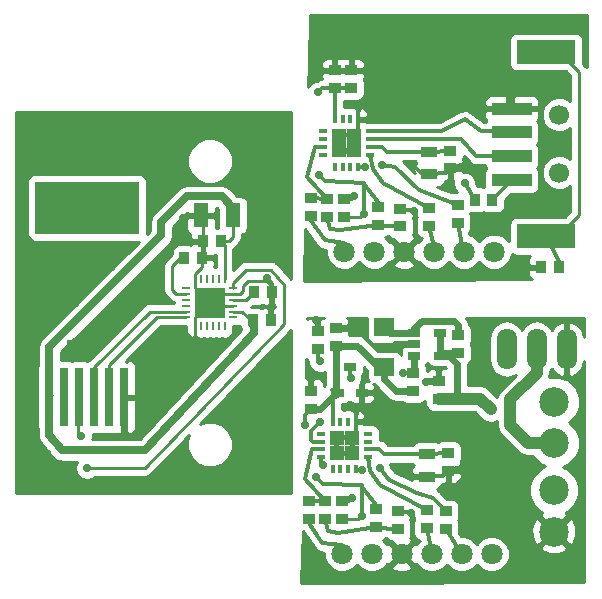
<source format=gtl>
G04 #@! TF.FileFunction,Copper,L1,Top,Signal*
%FSLAX46Y46*%
G04 Gerber Fmt 4.6, Leading zero omitted, Abs format (unit mm)*
G04 Created by KiCad (PCBNEW 4.0.3+e1-6302~38~ubuntu14.04.1-stable) date Sun Sep  4 16:46:07 2016*
%MOMM*%
%LPD*%
G01*
G04 APERTURE LIST*
%ADD10C,0.150000*%
%ADD11R,5.000000X2.000000*%
%ADD12C,1.700000*%
%ADD13R,3.390000X1.120000*%
%ADD14C,0.600000*%
%ADD15R,1.000760X0.899160*%
%ADD16C,1.800000*%
%ADD17R,0.899160X1.000760*%
%ADD18R,1.397000X0.889000*%
%ADD19R,0.800000X0.350000*%
%ADD20R,0.350000X0.800000*%
%ADD21R,1.250000X1.250000*%
%ADD22C,2.500000*%
%ADD23O,1.699260X3.500120*%
%ADD24R,1.000000X0.700000*%
%ADD25R,1.060000X0.650000*%
%ADD26R,1.680000X1.520000*%
%ADD27R,0.760000X5.000000*%
%ADD28R,8.800000X4.500000*%
%ADD29R,1.250000X2.000000*%
%ADD30R,2.499360X2.499360*%
%ADD31O,0.248920X0.800100*%
%ADD32O,0.800100X0.248920*%
%ADD33C,0.700000*%
%ADD34C,0.250000*%
%ADD35C,0.350000*%
%ADD36C,0.600000*%
%ADD37C,0.500000*%
%ADD38C,1.000000*%
%ADD39C,0.700000*%
%ADD40C,0.254000*%
G04 APERTURE END LIST*
D10*
D11*
X181900000Y-58800000D03*
X181900000Y-74400000D03*
D12*
X183000000Y-64100000D03*
D13*
X179000000Y-63600000D03*
X179000000Y-69600000D03*
X179000000Y-67600000D03*
X179000000Y-65600000D03*
D12*
X183000000Y-69000000D03*
D14*
X174600000Y-63150000D03*
X173600000Y-63150000D03*
X172600000Y-63150000D03*
X171600000Y-63150000D03*
X170600000Y-63150000D03*
X169600000Y-63150000D03*
X168600000Y-63150000D03*
X167600000Y-63150000D03*
X167550000Y-59800000D03*
X168550000Y-59800000D03*
X169550000Y-59800000D03*
X170550000Y-59800000D03*
X171550000Y-59800000D03*
X172550000Y-59800000D03*
X173550000Y-59800000D03*
X174550000Y-59800000D03*
X175550000Y-59800000D03*
X176550000Y-59800000D03*
X177550000Y-59800000D03*
X167550000Y-60950000D03*
X168550000Y-60950000D03*
X169550000Y-60950000D03*
X170550000Y-60950000D03*
X171550000Y-60950000D03*
X172550000Y-60950000D03*
X173550000Y-60950000D03*
X174550000Y-60950000D03*
X175550000Y-60950000D03*
X176550000Y-60950000D03*
X177550000Y-60950000D03*
X167550000Y-61950000D03*
X168550000Y-61950000D03*
X169550000Y-61950000D03*
X170550000Y-61950000D03*
X171550000Y-61950000D03*
X172550000Y-61950000D03*
X173550000Y-61950000D03*
X174550000Y-61950000D03*
X175550000Y-61950000D03*
X176550000Y-61950000D03*
X177550000Y-61950000D03*
X177350000Y-58650000D03*
X176350000Y-58650000D03*
X175350000Y-58650000D03*
X174350000Y-58650000D03*
X173350000Y-58650000D03*
X172350000Y-58650000D03*
X171350000Y-58650000D03*
X170350000Y-58650000D03*
X169350000Y-58650000D03*
X168350000Y-58650000D03*
X167350000Y-58650000D03*
X166350000Y-58650000D03*
X165350000Y-58650000D03*
X164350000Y-58650000D03*
X163350000Y-58650000D03*
X162350000Y-58650000D03*
X177350000Y-57650000D03*
X176350000Y-57650000D03*
X175350000Y-57650000D03*
X174350000Y-57650000D03*
X173350000Y-57650000D03*
X172350000Y-57650000D03*
X171350000Y-57650000D03*
X170350000Y-57650000D03*
X169350000Y-57650000D03*
X168350000Y-57650000D03*
X167350000Y-57650000D03*
X166350000Y-57650000D03*
X165350000Y-57650000D03*
X164350000Y-57650000D03*
X163350000Y-57650000D03*
X162350000Y-57650000D03*
X184350000Y-56500000D03*
X183350000Y-56500000D03*
X182350000Y-56500000D03*
X181350000Y-56500000D03*
X180350000Y-56500000D03*
X179350000Y-56500000D03*
X178350000Y-56500000D03*
X177350000Y-56500000D03*
X176350000Y-56500000D03*
X175350000Y-56500000D03*
X174350000Y-56500000D03*
X173350000Y-56500000D03*
X172350000Y-56500000D03*
X171350000Y-56500000D03*
X170350000Y-56500000D03*
X169350000Y-56500000D03*
X168350000Y-56500000D03*
X167350000Y-56500000D03*
X166350000Y-56500000D03*
X165350000Y-56500000D03*
X164350000Y-56500000D03*
X163350000Y-56500000D03*
D15*
X164800000Y-71248160D03*
X164800000Y-72751840D03*
X169550000Y-72048160D03*
X169550000Y-73551840D03*
X165400000Y-60348160D03*
X165400000Y-61851840D03*
X173800000Y-68651840D03*
X173800000Y-67148160D03*
X164000000Y-60348160D03*
X164000000Y-61851840D03*
D16*
X174939680Y-75700000D03*
X177479680Y-75700000D03*
X164800000Y-75700000D03*
X167340000Y-75700000D03*
X172409840Y-75700000D03*
X169869840Y-75700000D03*
D15*
X162000000Y-72701840D03*
X162000000Y-71198160D03*
X172000000Y-73501840D03*
X172000000Y-71998160D03*
X174400000Y-73251840D03*
X174400000Y-71748160D03*
X163350000Y-72751840D03*
X163350000Y-71248160D03*
X167700000Y-73401840D03*
X167700000Y-71898160D03*
D17*
X181448160Y-77000000D03*
X182951840Y-77000000D03*
D18*
X172000000Y-67247500D03*
X172000000Y-69152500D03*
D17*
X175848160Y-71300000D03*
X177351840Y-71300000D03*
D19*
X163000000Y-65525000D03*
X163000000Y-66175000D03*
X163000000Y-66825000D03*
X163000000Y-67475000D03*
D20*
X164025000Y-68500000D03*
X164675000Y-68500000D03*
X165325000Y-68500000D03*
X165975000Y-68500000D03*
D19*
X167000000Y-67475000D03*
X167000000Y-66825000D03*
X167000000Y-66175000D03*
X167000000Y-65525000D03*
D20*
X165975000Y-64500000D03*
X165325000Y-64500000D03*
X164675000Y-64500000D03*
X164025000Y-64500000D03*
D21*
X165625000Y-67125000D03*
X165625000Y-65875000D03*
X164375000Y-67125000D03*
X164375000Y-65875000D03*
D14*
X162350000Y-56500000D03*
X161700000Y-102050000D03*
X161700000Y-103050000D03*
X162750000Y-103100000D03*
X162750000Y-102100000D03*
X181300000Y-101900000D03*
X181300000Y-102900000D03*
X180250000Y-102850000D03*
X180250000Y-101850000D03*
X182450000Y-101850000D03*
X182450000Y-102850000D03*
X183500000Y-102900000D03*
X183500000Y-101900000D03*
X184500000Y-101950000D03*
X184500000Y-102950000D03*
X179700000Y-100400000D03*
X179700000Y-99400000D03*
X179700000Y-98400000D03*
X179700000Y-97400000D03*
X179700000Y-96400000D03*
X178700000Y-95350000D03*
X178700000Y-96350000D03*
X178700000Y-97350000D03*
X178700000Y-98350000D03*
X178700000Y-99350000D03*
X176400000Y-82400000D03*
X176400000Y-83400000D03*
X176400000Y-84400000D03*
X176400000Y-85400000D03*
X177650000Y-99300000D03*
X176650000Y-99300000D03*
X175650000Y-99300000D03*
X177650000Y-98300000D03*
X176650000Y-98300000D03*
X175650000Y-98300000D03*
X177650000Y-97300000D03*
X176650000Y-97300000D03*
X175650000Y-97300000D03*
X177650000Y-96300000D03*
X176650000Y-96300000D03*
X175650000Y-96300000D03*
X177650000Y-95300000D03*
X176650000Y-95300000D03*
X175650000Y-95300000D03*
X177650000Y-94300000D03*
X176650000Y-94300000D03*
X175650000Y-94300000D03*
X177650000Y-93300000D03*
X176650000Y-93300000D03*
X175650000Y-93300000D03*
X177650000Y-92300000D03*
X176650000Y-92300000D03*
X175650000Y-92300000D03*
X177650000Y-91300000D03*
X176650000Y-91300000D03*
X175650000Y-91300000D03*
X168700000Y-91000000D03*
X169700000Y-91000000D03*
X170700000Y-91000000D03*
X171700000Y-91000000D03*
X171700000Y-90000000D03*
X170700000Y-90000000D03*
X169700000Y-90000000D03*
X168700000Y-90000000D03*
X167700000Y-90000000D03*
X171700000Y-89000000D03*
X170700000Y-89000000D03*
X169700000Y-89000000D03*
X168700000Y-89000000D03*
D22*
X182550000Y-95899940D03*
X182550000Y-99400060D03*
X182600000Y-88399940D03*
X182600000Y-91900060D03*
D23*
X181100000Y-83950000D03*
X178560000Y-83950000D03*
X183640000Y-83950000D03*
D15*
X164600000Y-96848160D03*
X164600000Y-98351840D03*
X169350000Y-97648160D03*
X169350000Y-99151840D03*
X161950000Y-87498160D03*
X161950000Y-89001840D03*
X173600000Y-94251840D03*
X173600000Y-92748160D03*
X172800000Y-86648160D03*
X172800000Y-88151840D03*
D16*
X174739680Y-101300000D03*
X177279680Y-101300000D03*
X164600000Y-101300000D03*
X167140000Y-101300000D03*
X172209840Y-101300000D03*
X169669840Y-101300000D03*
D15*
X161800000Y-98301840D03*
X161800000Y-96798160D03*
X171800000Y-99101840D03*
X171800000Y-97598160D03*
X173400000Y-99201840D03*
X173400000Y-97698160D03*
X163150000Y-98351840D03*
X163150000Y-96848160D03*
X167500000Y-99001840D03*
X167500000Y-97498160D03*
X170650000Y-85998160D03*
X170650000Y-87501840D03*
D18*
X171800000Y-92847500D03*
X171800000Y-94752500D03*
D15*
X174450000Y-84251840D03*
X174450000Y-82748160D03*
D19*
X162800000Y-91125000D03*
X162800000Y-91775000D03*
X162800000Y-92425000D03*
X162800000Y-93075000D03*
D20*
X163825000Y-94100000D03*
X164475000Y-94100000D03*
X165125000Y-94100000D03*
X165775000Y-94100000D03*
D19*
X166800000Y-93075000D03*
X166800000Y-92425000D03*
X166800000Y-91775000D03*
X166800000Y-91125000D03*
D20*
X165775000Y-90100000D03*
X165125000Y-90100000D03*
X164475000Y-90100000D03*
X163825000Y-90100000D03*
D21*
X165425000Y-92725000D03*
X165425000Y-91475000D03*
X164175000Y-92725000D03*
X164175000Y-91475000D03*
D15*
X164100000Y-82148160D03*
X164100000Y-83651840D03*
X162550000Y-82398160D03*
X162550000Y-83901840D03*
D24*
X166300000Y-87650000D03*
X164300000Y-87650000D03*
X165300000Y-85450000D03*
D25*
X170750000Y-82600000D03*
X170750000Y-83550000D03*
X170750000Y-84500000D03*
X172950000Y-84500000D03*
X172950000Y-82600000D03*
D26*
X168200000Y-82100000D03*
X168200000Y-85500000D03*
D14*
X167700000Y-89000000D03*
X148625000Y-79225000D03*
X148625000Y-77225000D03*
X148625000Y-78225000D03*
X147025000Y-79425000D03*
X147025000Y-78425000D03*
X147025000Y-80425000D03*
X145825000Y-81625000D03*
X145825000Y-79625000D03*
X145825000Y-80625000D03*
X144425000Y-82025000D03*
X144425000Y-81025000D03*
X144425000Y-83025000D03*
X141625000Y-83425000D03*
X141625000Y-84425000D03*
X143025000Y-84425000D03*
X143025000Y-82425000D03*
X143025000Y-83425000D03*
X148925000Y-71125000D03*
X148925000Y-72125000D03*
X148925000Y-70125000D03*
X148925000Y-69125000D03*
X149925000Y-70125000D03*
X149925000Y-69125000D03*
X150925000Y-70125000D03*
X150925000Y-69125000D03*
X153825000Y-83725000D03*
X152225000Y-84825000D03*
X150725000Y-82825000D03*
X150725000Y-83825000D03*
X150725000Y-84825000D03*
X150725000Y-85825000D03*
X150725000Y-86825000D03*
X150325000Y-87725000D03*
X152225000Y-85825000D03*
X149325000Y-88825000D03*
X149325000Y-87825000D03*
X149325000Y-86825000D03*
X149325000Y-85825000D03*
X149325000Y-84825000D03*
X149325000Y-83825000D03*
X149325000Y-82825000D03*
X147925000Y-83825000D03*
X147925000Y-84825000D03*
X147925000Y-85825000D03*
X147925000Y-86825000D03*
X147925000Y-87825000D03*
X147925000Y-88825000D03*
X147925000Y-89825000D03*
X159925000Y-69525000D03*
X159925000Y-70525000D03*
X159925000Y-71525000D03*
X159925000Y-72525000D03*
X159925000Y-73525000D03*
X159925000Y-74525000D03*
X158925000Y-69525000D03*
X158925000Y-70525000D03*
X158925000Y-71525000D03*
X158925000Y-72525000D03*
X158925000Y-73525000D03*
X158925000Y-74525000D03*
X157925000Y-69525000D03*
X157925000Y-70525000D03*
X157925000Y-71525000D03*
X157925000Y-72525000D03*
X157925000Y-73525000D03*
X157925000Y-74525000D03*
X156925000Y-69525000D03*
X156925000Y-70525000D03*
X156925000Y-71525000D03*
X156925000Y-72525000D03*
X156925000Y-73525000D03*
X156925000Y-74525000D03*
X159925000Y-64125000D03*
X159925000Y-65125000D03*
X159925000Y-66125000D03*
X159925000Y-67125000D03*
X159925000Y-68125000D03*
X158925000Y-64125000D03*
X158925000Y-65125000D03*
X158925000Y-66125000D03*
X158925000Y-67125000D03*
X158925000Y-68125000D03*
X157925000Y-64125000D03*
X157925000Y-65125000D03*
X157925000Y-66125000D03*
X157925000Y-67125000D03*
X157925000Y-68125000D03*
X156925000Y-64125000D03*
X156925000Y-65125000D03*
X156925000Y-66125000D03*
X156925000Y-67125000D03*
X156925000Y-68125000D03*
X155925000Y-64125000D03*
X155925000Y-65125000D03*
X155925000Y-66125000D03*
X155925000Y-67125000D03*
X155925000Y-68125000D03*
X154925000Y-64125000D03*
X154925000Y-65125000D03*
X154925000Y-66125000D03*
X156625000Y-75725000D03*
X153925000Y-64125000D03*
X153925000Y-65125000D03*
X159725000Y-76625000D03*
X152925000Y-64125000D03*
X152925000Y-65125000D03*
X159725000Y-75625000D03*
X151925000Y-64125000D03*
X151925000Y-65125000D03*
X151925000Y-66125000D03*
X150925000Y-64125000D03*
X150925000Y-65125000D03*
X150925000Y-66125000D03*
X150925000Y-67125000D03*
X150925000Y-68125000D03*
X149925000Y-64125000D03*
X149925000Y-65125000D03*
X149925000Y-66125000D03*
X149925000Y-67125000D03*
X149925000Y-68125000D03*
X148925000Y-64125000D03*
X148925000Y-65125000D03*
X148925000Y-66125000D03*
X148925000Y-67125000D03*
X148925000Y-68125000D03*
X147925000Y-64125000D03*
X147925000Y-65125000D03*
X147925000Y-66125000D03*
X147925000Y-67125000D03*
X147925000Y-68125000D03*
X146925000Y-64125000D03*
X146925000Y-65125000D03*
X146925000Y-66125000D03*
X146925000Y-67125000D03*
X146925000Y-68125000D03*
X145925000Y-64125000D03*
X145925000Y-65125000D03*
X145925000Y-66125000D03*
X145925000Y-67125000D03*
X145925000Y-68125000D03*
X144925000Y-64125000D03*
X144925000Y-65125000D03*
X144925000Y-66125000D03*
X144925000Y-67125000D03*
X144925000Y-68125000D03*
X143925000Y-64125000D03*
X143925000Y-65125000D03*
X143925000Y-66125000D03*
X143925000Y-67125000D03*
X143925000Y-68125000D03*
X142925000Y-64125000D03*
X142925000Y-65125000D03*
X142925000Y-66125000D03*
X142925000Y-67125000D03*
X142925000Y-68125000D03*
X141925000Y-64125000D03*
X141925000Y-65125000D03*
X141925000Y-66125000D03*
X141925000Y-67125000D03*
X141925000Y-68125000D03*
X140925000Y-64125000D03*
X140925000Y-65125000D03*
X140925000Y-66125000D03*
X140925000Y-67125000D03*
X140925000Y-68125000D03*
X139925000Y-64125000D03*
X139925000Y-65125000D03*
X139925000Y-66125000D03*
X139925000Y-67125000D03*
X139925000Y-68125000D03*
X138925000Y-64125000D03*
X138925000Y-65125000D03*
X138925000Y-66125000D03*
X138925000Y-67125000D03*
X138925000Y-68125000D03*
X145125000Y-77125000D03*
X145125000Y-76125000D03*
X145125000Y-75125000D03*
X143625000Y-75125000D03*
X143625000Y-76125000D03*
X143625000Y-77125000D03*
X143625000Y-78125000D03*
X142125000Y-80125000D03*
X142125000Y-79125000D03*
X142125000Y-78125000D03*
X142125000Y-77125000D03*
X142125000Y-76125000D03*
X142125000Y-75125000D03*
X140525000Y-75125000D03*
X140525000Y-76125000D03*
X140525000Y-77125000D03*
X140525000Y-78125000D03*
X140525000Y-79125000D03*
X140525000Y-80125000D03*
X140525000Y-81125000D03*
X139025000Y-81125000D03*
X139025000Y-80125000D03*
X139025000Y-79125000D03*
X139025000Y-78125000D03*
X139025000Y-77125000D03*
X139025000Y-76125000D03*
X139025000Y-75125000D03*
X139025000Y-82125000D03*
X137725000Y-64125000D03*
X137725000Y-65125000D03*
X137725000Y-66125000D03*
X137725000Y-67125000D03*
X137725000Y-68125000D03*
X137725000Y-69125000D03*
X137725000Y-70125000D03*
X137725000Y-71125000D03*
X137725000Y-72125000D03*
X137725000Y-73125000D03*
X137725000Y-74125000D03*
X137725000Y-75125000D03*
X137725000Y-76125000D03*
X137725000Y-77125000D03*
X137725000Y-78125000D03*
X137725000Y-79125000D03*
X137725000Y-80125000D03*
X137725000Y-81125000D03*
X137725000Y-82125000D03*
X137725000Y-83125000D03*
X137725000Y-84125000D03*
X137725000Y-85125000D03*
X137725000Y-86125000D03*
X157025000Y-86425000D03*
X158025000Y-86425000D03*
X158025000Y-85425000D03*
X160025000Y-83425000D03*
X159025000Y-86425000D03*
X159025000Y-85425000D03*
X159025000Y-84425000D03*
X160025000Y-86425000D03*
X160025000Y-85425000D03*
X160025000Y-84425000D03*
X154925000Y-90425000D03*
X154925000Y-89425000D03*
X154925000Y-88425000D03*
X160025000Y-87425000D03*
X160025000Y-88425000D03*
X160025000Y-89425000D03*
X160025000Y-90425000D03*
X160025000Y-91425000D03*
X160025000Y-92425000D03*
X159025000Y-87425000D03*
X159025000Y-88425000D03*
X159025000Y-89425000D03*
X159025000Y-90425000D03*
X159025000Y-91425000D03*
X159025000Y-92425000D03*
X158025000Y-87425000D03*
X158025000Y-88425000D03*
X158025000Y-89425000D03*
X158025000Y-90425000D03*
X158025000Y-91425000D03*
X158025000Y-92425000D03*
X157025000Y-87425000D03*
X157025000Y-88425000D03*
X157025000Y-89425000D03*
X157025000Y-90425000D03*
X157025000Y-91425000D03*
X157025000Y-92425000D03*
X156025000Y-87425000D03*
X156025000Y-88425000D03*
X156025000Y-89425000D03*
X156025000Y-90425000D03*
X156025000Y-91425000D03*
X156025000Y-92425000D03*
X159925000Y-93525000D03*
X158025000Y-93525000D03*
X157025000Y-93525000D03*
X156025000Y-93525000D03*
X159025000Y-93525000D03*
X159925000Y-94625000D03*
X158925000Y-94625000D03*
X157925000Y-94625000D03*
X156925000Y-94625000D03*
X155925000Y-94625000D03*
X154925000Y-94625000D03*
X153925000Y-94625000D03*
X152925000Y-94625000D03*
X151925000Y-94625000D03*
X150925000Y-94625000D03*
X149925000Y-94625000D03*
X159925000Y-95725000D03*
X158925000Y-95725000D03*
X157925000Y-95725000D03*
X156925000Y-95725000D03*
X155925000Y-95725000D03*
X154925000Y-95725000D03*
X153925000Y-95725000D03*
X152925000Y-95725000D03*
X151925000Y-95725000D03*
X150925000Y-95725000D03*
X149925000Y-95725000D03*
X148925000Y-95725000D03*
X147925000Y-95725000D03*
X142925000Y-95725000D03*
X143925000Y-95725000D03*
X144925000Y-95725000D03*
X145925000Y-95725000D03*
X146925000Y-95725000D03*
X137725000Y-88425000D03*
X141725000Y-93725000D03*
X141725000Y-94725000D03*
X141725000Y-95725000D03*
X137725000Y-90725000D03*
X137725000Y-87125000D03*
X140725000Y-93725000D03*
X140725000Y-94725000D03*
X140725000Y-95725000D03*
X137725000Y-89625000D03*
X139725000Y-92725000D03*
X139725000Y-93725000D03*
X139725000Y-94725000D03*
X139725000Y-95725000D03*
X138725000Y-91725000D03*
X138725000Y-92725000D03*
X138725000Y-93725000D03*
X138725000Y-94725000D03*
X138725000Y-95725000D03*
X137725000Y-91725000D03*
X137725000Y-92725000D03*
X137725000Y-93725000D03*
X137725000Y-94725000D03*
D27*
X139850000Y-88025000D03*
X142390000Y-88025000D03*
X144930000Y-88025000D03*
X143660000Y-88025000D03*
X146200000Y-88025000D03*
X141120000Y-88025000D03*
D28*
X143025000Y-71975000D03*
D17*
X158576840Y-81525000D03*
X157073160Y-81525000D03*
X152776840Y-76225000D03*
X151273160Y-76225000D03*
X158676840Y-79125000D03*
X157173160Y-79125000D03*
D29*
X155400000Y-72625000D03*
X152650000Y-72625000D03*
D17*
X152873160Y-74825000D03*
X154376840Y-74825000D03*
D30*
X153425000Y-80025000D03*
D31*
X152175320Y-82023980D03*
X152675700Y-82023980D03*
X153176080Y-82023980D03*
X153673920Y-82023980D03*
X154174300Y-82023980D03*
X154674680Y-82023980D03*
D32*
X155423980Y-81274680D03*
X155423980Y-80774300D03*
X155423980Y-80273920D03*
X155423980Y-79776080D03*
X155423980Y-79275700D03*
X155423980Y-78775320D03*
D31*
X154674680Y-78026020D03*
X154174300Y-78026020D03*
X153673920Y-78026020D03*
X153176080Y-78026020D03*
X152675700Y-78026020D03*
X152175320Y-78026020D03*
D32*
X151426020Y-78775320D03*
X151426020Y-79275700D03*
X151426020Y-79776080D03*
X151426020Y-80273920D03*
X151426020Y-80774300D03*
X151426020Y-81274680D03*
D14*
X153425000Y-80025000D03*
X152663000Y-79263000D03*
X152663000Y-80787000D03*
X154187000Y-79263000D03*
X154187000Y-80787000D03*
X137725000Y-95725000D03*
D33*
X165650000Y-70950000D03*
X170600000Y-68400000D03*
X180250000Y-77050000D03*
X178750000Y-61500000D03*
X170700000Y-72250000D03*
X166000000Y-63400000D03*
X175100000Y-68300000D03*
X166700000Y-60400000D03*
X162800000Y-60500000D03*
X161950000Y-86350000D03*
X162400000Y-81500000D03*
X171750000Y-86700000D03*
X165900000Y-82300000D03*
X168900000Y-83750000D03*
X165450000Y-96550000D03*
X170550000Y-94750000D03*
X170500000Y-97850000D03*
X165800000Y-89000000D03*
X174900000Y-93900000D03*
X158225000Y-77925000D03*
X158225000Y-76125000D03*
X151725000Y-74825000D03*
X151125000Y-72825000D03*
X158676840Y-80376840D03*
X152175320Y-83174680D03*
X146225000Y-91425000D03*
X166500000Y-72500000D03*
X162650000Y-69200000D03*
X162600000Y-62200000D03*
X175000000Y-69900000D03*
X161500000Y-90400000D03*
X166300000Y-98100000D03*
X162450000Y-94800000D03*
X166550000Y-68550000D03*
X168000000Y-68400000D03*
X166350000Y-94150000D03*
X167800000Y-94000000D03*
X177200000Y-89050000D03*
X163000000Y-93800000D03*
X169800000Y-86000000D03*
X162750000Y-85000000D03*
X165350000Y-86400000D03*
X162750000Y-90100000D03*
X142525000Y-91325000D03*
X143025000Y-94025000D03*
D34*
X164800000Y-71248160D02*
X165351840Y-71248160D01*
X165351840Y-71248160D02*
X165650000Y-70950000D01*
X172000000Y-69152500D02*
X171352500Y-69152500D01*
X171352500Y-69152500D02*
X170600000Y-68400000D01*
D35*
X165625000Y-67125000D02*
X165625000Y-65875000D01*
X164375000Y-67125000D02*
X165625000Y-67125000D01*
X164375000Y-65875000D02*
X164375000Y-67125000D01*
X181448160Y-77000000D02*
X180350000Y-77150000D01*
X180350000Y-77150000D02*
X180250000Y-77050000D01*
X179000000Y-63600000D02*
X178650000Y-63600000D01*
X178650000Y-63600000D02*
X178750000Y-61500000D01*
X170800000Y-72350000D02*
X170598160Y-72148160D01*
X170598160Y-72148160D02*
X170700000Y-72250000D01*
X169550000Y-72048160D02*
X170700000Y-72250000D01*
X170700000Y-72250000D02*
X170800000Y-72350000D01*
X165975000Y-64500000D02*
X165975000Y-63425000D01*
X165975000Y-63425000D02*
X166000000Y-63400000D01*
X165975000Y-64500000D02*
X165975000Y-65525000D01*
X165975000Y-65525000D02*
X165625000Y-65875000D01*
X173800000Y-68651840D02*
X173700000Y-68600000D01*
X173700000Y-68600000D02*
X175100000Y-68300000D01*
X172000000Y-69152500D02*
X173399340Y-69052500D01*
X173399340Y-69052500D02*
X173800000Y-68651840D01*
X165400000Y-60348160D02*
X166648160Y-60348160D01*
X166648160Y-60348160D02*
X166700000Y-60400000D01*
X164000000Y-60348160D02*
X162951840Y-60348160D01*
X162951840Y-60348160D02*
X162800000Y-60500000D01*
X164000000Y-60348160D02*
X165400000Y-60348160D01*
X161950000Y-87498160D02*
X161950000Y-86350000D01*
X162550000Y-82398160D02*
X162550000Y-81650000D01*
X162550000Y-81650000D02*
X162400000Y-81500000D01*
D36*
X172800000Y-86648160D02*
X171801840Y-86648160D01*
X171801840Y-86648160D02*
X171750000Y-86700000D01*
X164100000Y-82148160D02*
X165748160Y-82148160D01*
X165748160Y-82148160D02*
X165900000Y-82300000D01*
X170750000Y-83550000D02*
X169100000Y-83550000D01*
X169100000Y-83550000D02*
X168900000Y-83750000D01*
D34*
X164600000Y-96848160D02*
X165151840Y-96848160D01*
X165151840Y-96848160D02*
X165450000Y-96550000D01*
X171800000Y-94752500D02*
X171152500Y-94752500D01*
X171152500Y-94752500D02*
X170550000Y-94750000D01*
D35*
X165425000Y-92725000D02*
X165425000Y-91475000D01*
X164175000Y-92725000D02*
X165425000Y-92725000D01*
X164175000Y-91475000D02*
X164175000Y-92725000D01*
X170600000Y-97950000D02*
X170398160Y-97748160D01*
X170398160Y-97748160D02*
X170500000Y-97850000D01*
X169350000Y-97648160D02*
X170500000Y-97850000D01*
X170500000Y-97850000D02*
X170600000Y-97950000D01*
X165775000Y-90100000D02*
X165775000Y-89025000D01*
X165775000Y-89025000D02*
X165800000Y-89000000D01*
X165775000Y-90100000D02*
X165775000Y-91125000D01*
X165775000Y-91125000D02*
X165425000Y-91475000D01*
X173600000Y-94251840D02*
X173500000Y-94200000D01*
X173500000Y-94200000D02*
X174900000Y-93900000D01*
X171800000Y-94752500D02*
X173199340Y-94652500D01*
X173199340Y-94652500D02*
X173600000Y-94251840D01*
D34*
X158676840Y-78376840D02*
X158225000Y-77925000D01*
X158676840Y-78376840D02*
X158676840Y-79125000D01*
X152873160Y-74825000D02*
X151725000Y-74825000D01*
X152650000Y-72625000D02*
X151325000Y-72625000D01*
X151325000Y-72625000D02*
X151125000Y-72825000D01*
X158576840Y-81525000D02*
X158576840Y-80476840D01*
X158576840Y-80476840D02*
X158676840Y-80376840D01*
X152175320Y-82023980D02*
X152175320Y-83174680D01*
D37*
X146200000Y-88025000D02*
X146200000Y-91400000D01*
X146200000Y-91400000D02*
X146225000Y-91425000D01*
D34*
X147325000Y-88025000D02*
X146200000Y-88025000D01*
X152175320Y-83174680D02*
X147325000Y-88025000D01*
X158676840Y-79125000D02*
X158676840Y-80376840D01*
X158676840Y-79125000D02*
X158676840Y-78676840D01*
X158676840Y-78676840D02*
X158225000Y-78225000D01*
X155974300Y-79275700D02*
X155423980Y-79275700D01*
X156225000Y-79025000D02*
X155974300Y-79275700D01*
X156225000Y-78625000D02*
X156225000Y-79025000D01*
X156625000Y-78225000D02*
X156225000Y-78625000D01*
X158225000Y-78225000D02*
X156625000Y-78225000D01*
X155423980Y-79275700D02*
X154174300Y-79275700D01*
X154174300Y-79275700D02*
X153425000Y-80025000D01*
X155423980Y-80273920D02*
X153673920Y-80273920D01*
X153673920Y-80273920D02*
X153425000Y-80025000D01*
X152873160Y-74825000D02*
X152873160Y-72848160D01*
X152873160Y-72848160D02*
X152650000Y-72625000D01*
X152776840Y-76225000D02*
X152776840Y-74921320D01*
X152776840Y-74921320D02*
X152873160Y-74825000D01*
X152175320Y-78026020D02*
X152175320Y-77574680D01*
X152776840Y-76973160D02*
X152776840Y-76225000D01*
X152175320Y-77574680D02*
X152776840Y-76973160D01*
X152175320Y-78026020D02*
X152175320Y-78775320D01*
X152175320Y-78775320D02*
X153425000Y-80025000D01*
X152175320Y-82023980D02*
X152175320Y-81274680D01*
X152175320Y-81274680D02*
X153425000Y-80025000D01*
X146200000Y-88025000D02*
X146200000Y-90000000D01*
X146200000Y-90000000D02*
X146325000Y-90125000D01*
X164800000Y-72751840D02*
X166148160Y-72751840D01*
X166350000Y-72550000D02*
X166500000Y-72500000D01*
X166148160Y-72751840D02*
X166350000Y-72550000D01*
D35*
X168000000Y-71948160D02*
X166500000Y-70000000D01*
X166500000Y-70000000D02*
X166500000Y-72500000D01*
X166500000Y-69850000D02*
X163200000Y-69750000D01*
X163200000Y-69750000D02*
X162650000Y-69200000D01*
X167900000Y-71848160D02*
X168000000Y-71948160D01*
X175848160Y-71300000D02*
X175000000Y-69900000D01*
X162948160Y-61851840D02*
X164000000Y-61851840D01*
X162600000Y-62200000D02*
X162948160Y-61851840D01*
X164000000Y-61851840D02*
X165400000Y-61851840D01*
X164025000Y-64500000D02*
X164025000Y-61876840D01*
X164025000Y-61876840D02*
X164000000Y-61851840D01*
X161450000Y-89501840D02*
X161950000Y-89001840D01*
X161450000Y-90350000D02*
X161450000Y-89501840D01*
X161500000Y-90400000D02*
X161450000Y-90350000D01*
D36*
X161950000Y-89001840D02*
X162748160Y-89001840D01*
X162748160Y-89001840D02*
X163825000Y-87925000D01*
X163825000Y-87925000D02*
X164300000Y-87650000D01*
X164100000Y-83651840D02*
X164100000Y-87450000D01*
X164100000Y-87450000D02*
X164300000Y-87650000D01*
X168200000Y-85500000D02*
X167750000Y-85500000D01*
X167750000Y-85500000D02*
X165901840Y-83651840D01*
X165901840Y-83651840D02*
X164100000Y-83651840D01*
X170650000Y-87501840D02*
X169201840Y-87501840D01*
X168200000Y-86500000D02*
X168200000Y-85500000D01*
X169201840Y-87501840D02*
X168200000Y-86500000D01*
D34*
X164600000Y-98351840D02*
X165948160Y-98351840D01*
X166150000Y-98150000D02*
X166300000Y-98100000D01*
X165948160Y-98351840D02*
X166150000Y-98150000D01*
D35*
X167800000Y-97548160D02*
X166300000Y-95600000D01*
X166300000Y-95600000D02*
X166300000Y-98100000D01*
X166300000Y-95450000D02*
X163000000Y-95350000D01*
X163000000Y-95350000D02*
X162450000Y-94800000D01*
X167700000Y-97448160D02*
X167800000Y-97548160D01*
X163825000Y-90100000D02*
X163825000Y-87476840D01*
X163825000Y-87476840D02*
X163800000Y-87451840D01*
X163350000Y-71248160D02*
X161650000Y-69350000D01*
X162300000Y-66850000D02*
X163000000Y-66825000D01*
X161650000Y-69350000D02*
X162300000Y-66850000D01*
X162000000Y-71198160D02*
X163350000Y-71248160D01*
X163150000Y-96848160D02*
X161450000Y-94950000D01*
X162100000Y-92450000D02*
X162800000Y-92425000D01*
X161450000Y-94950000D02*
X162100000Y-92450000D01*
X161800000Y-96798160D02*
X163150000Y-96848160D01*
X167700000Y-73401840D02*
X164450000Y-73900000D01*
X163600000Y-73750000D02*
X163350000Y-72751840D01*
X164450000Y-73900000D02*
X163600000Y-73750000D01*
X167700000Y-73401840D02*
X169450000Y-73651840D01*
X169450000Y-73651840D02*
X169550000Y-73551840D01*
X167500000Y-99001840D02*
X164250000Y-99500000D01*
X163400000Y-99350000D02*
X163150000Y-98351840D01*
X164250000Y-99500000D02*
X163400000Y-99350000D01*
X167500000Y-99001840D02*
X169250000Y-99251840D01*
X169250000Y-99251840D02*
X169350000Y-99151840D01*
D34*
X151426020Y-79275700D02*
X150575700Y-79275700D01*
X150225000Y-76925000D02*
X150925000Y-76225000D01*
X150225000Y-78925000D02*
X150225000Y-76925000D01*
X150575700Y-79275700D02*
X150225000Y-78925000D01*
X150925000Y-76225000D02*
X151273160Y-76225000D01*
D35*
X173800000Y-67148160D02*
X172000660Y-67248160D01*
X172000660Y-67248160D02*
X172000000Y-67247500D01*
X167000000Y-66825000D02*
X167975000Y-66825000D01*
X168397500Y-67247500D02*
X172000000Y-67247500D01*
X167975000Y-66825000D02*
X168397500Y-67247500D01*
X173600000Y-92748160D02*
X171800660Y-92848160D01*
X171800660Y-92848160D02*
X171800000Y-92847500D01*
X166800000Y-92425000D02*
X167775000Y-92425000D01*
X168197500Y-92847500D02*
X171800000Y-92847500D01*
X167775000Y-92425000D02*
X168197500Y-92847500D01*
D34*
X155423980Y-79776080D02*
X156522080Y-79776080D01*
X156522080Y-79776080D02*
X157173160Y-79125000D01*
D35*
X174400000Y-73251840D02*
X174850000Y-75610320D01*
X174850000Y-75610320D02*
X174939680Y-75700000D01*
X173400000Y-99201840D02*
X174650000Y-101210320D01*
X174650000Y-101210320D02*
X174739680Y-101300000D01*
X164800000Y-75700000D02*
X164800000Y-74950000D01*
X164800000Y-74950000D02*
X163150000Y-74750000D01*
X163150000Y-74750000D02*
X161850000Y-72851840D01*
X161850000Y-72851840D02*
X162000000Y-72701840D01*
X164600000Y-101300000D02*
X164600000Y-100550000D01*
X164600000Y-100550000D02*
X162950000Y-100350000D01*
X162950000Y-100350000D02*
X161650000Y-98451840D01*
X161650000Y-98451840D02*
X161800000Y-98301840D01*
X172000000Y-73501840D02*
X172450000Y-75659840D01*
X172450000Y-75659840D02*
X172409840Y-75700000D01*
X171800000Y-99101840D02*
X172250000Y-101259840D01*
X172250000Y-101259840D02*
X172209840Y-101300000D01*
X179000000Y-69600000D02*
X177351840Y-71300000D01*
X167000000Y-66175000D02*
X174675000Y-66175000D01*
X176000000Y-67600000D02*
X179000000Y-67600000D01*
X174675000Y-66175000D02*
X176000000Y-67600000D01*
X167000000Y-65525000D02*
X173100000Y-65525000D01*
X173100000Y-65525000D02*
X175000000Y-64500000D01*
X175000000Y-64500000D02*
X176400000Y-65500000D01*
X176400000Y-65500000D02*
X178925000Y-65525000D01*
X178925000Y-65525000D02*
X179000000Y-65600000D01*
X167000000Y-67475000D02*
X167200000Y-68700000D01*
X167200000Y-68700000D02*
X168050000Y-69850000D01*
X168050000Y-69850000D02*
X172000000Y-71998160D01*
X166800000Y-93075000D02*
X167000000Y-94300000D01*
X167000000Y-94300000D02*
X167850000Y-95450000D01*
X167850000Y-95450000D02*
X171800000Y-97598160D01*
X166550000Y-68550000D02*
X166025000Y-68550000D01*
X166025000Y-68550000D02*
X165975000Y-68500000D01*
X174400000Y-71748160D02*
X171150000Y-70500000D01*
X166550000Y-68550000D02*
X166325000Y-68550000D01*
X169100000Y-68500000D02*
X168000000Y-68400000D01*
X171150000Y-70500000D02*
X169100000Y-68500000D01*
X166350000Y-94150000D02*
X165825000Y-94150000D01*
X165825000Y-94150000D02*
X165775000Y-94100000D01*
X173400000Y-97698160D02*
X172350000Y-96550000D01*
X172350000Y-96550000D02*
X170950000Y-96100000D01*
X166350000Y-94150000D02*
X166125000Y-94150000D01*
X168600000Y-95000000D02*
X167800000Y-94000000D01*
X170950000Y-96100000D02*
X168600000Y-95000000D01*
D34*
X181900000Y-74400000D02*
X182900000Y-74400000D01*
X182900000Y-74400000D02*
X184700000Y-72600000D01*
X184700000Y-60500000D02*
X183000000Y-58800000D01*
X184700000Y-72600000D02*
X184700000Y-60500000D01*
X183000000Y-58800000D02*
X181900000Y-58800000D01*
D35*
X181900000Y-58800000D02*
X181900000Y-58600000D01*
X181900000Y-74400000D02*
X183151840Y-76800000D01*
X183151840Y-76800000D02*
X182951840Y-77000000D01*
D36*
X172950000Y-82600000D02*
X172950000Y-84500000D01*
X174450000Y-84251840D02*
X173198160Y-84251840D01*
X173198160Y-84251840D02*
X172950000Y-84500000D01*
X172950000Y-84500000D02*
X173650000Y-84500000D01*
D38*
X172800000Y-88151840D02*
X174350000Y-88151840D01*
D36*
X174350000Y-85200000D02*
X174350000Y-88151840D01*
X173650000Y-84500000D02*
X174350000Y-85200000D01*
D38*
X174350000Y-88151840D02*
X176301840Y-88151840D01*
X176301840Y-88151840D02*
X177200000Y-89050000D01*
D36*
X174450000Y-82748160D02*
X174450000Y-81900000D01*
X170750000Y-82150000D02*
X170750000Y-82600000D01*
X171350000Y-81550000D02*
X170750000Y-82150000D01*
X174100000Y-81550000D02*
X171350000Y-81550000D01*
X174450000Y-81900000D02*
X174100000Y-81550000D01*
X170750000Y-82600000D02*
X168700000Y-82600000D01*
X168700000Y-82600000D02*
X168200000Y-82100000D01*
D38*
X182600000Y-91900060D02*
X180350060Y-91900060D01*
X181100000Y-85950000D02*
X181100000Y-83950000D01*
X178850000Y-88200000D02*
X181100000Y-85950000D01*
X178850000Y-90400000D02*
X178850000Y-88200000D01*
X180350060Y-91900060D02*
X178850000Y-90400000D01*
D35*
X162800000Y-93075000D02*
X162800000Y-93600000D01*
X162800000Y-93600000D02*
X163000000Y-93800000D01*
X170650000Y-85998160D02*
X169801840Y-85998160D01*
X169801840Y-85998160D02*
X169800000Y-86000000D01*
X162750000Y-85000000D02*
X162550000Y-84800000D01*
X162550000Y-84800000D02*
X162550000Y-83901840D01*
D36*
X170750000Y-84500000D02*
X170750000Y-85898160D01*
X170750000Y-85898160D02*
X170650000Y-85998160D01*
D35*
X162800000Y-91775000D02*
X162125000Y-91775000D01*
X165300000Y-86350000D02*
X165300000Y-85450000D01*
X165350000Y-86400000D02*
X165300000Y-86350000D01*
X162000000Y-90850000D02*
X162750000Y-90100000D01*
X162000000Y-91650000D02*
X162000000Y-90850000D01*
X162125000Y-91775000D02*
X162000000Y-91650000D01*
D34*
X143660000Y-88025000D02*
X143660000Y-85490000D01*
X148375700Y-80774300D02*
X151426020Y-80774300D01*
X143660000Y-85490000D02*
X148375700Y-80774300D01*
X144930000Y-88025000D02*
X144930000Y-85320000D01*
X148975320Y-81274680D02*
X151426020Y-81274680D01*
X144930000Y-85320000D02*
X148975320Y-81274680D01*
X155400000Y-72625000D02*
X155400000Y-72000000D01*
D39*
X155400000Y-72000000D02*
X154425000Y-71025000D01*
X154425000Y-71025000D02*
X151525000Y-71025000D01*
X151525000Y-71025000D02*
X149325000Y-73225000D01*
X149325000Y-73225000D02*
X149325000Y-74325000D01*
X149325000Y-74325000D02*
X139850000Y-83800000D01*
X139850000Y-83800000D02*
X139850000Y-88025000D01*
D34*
X155400000Y-72625000D02*
X155400000Y-71900000D01*
X155400000Y-72625000D02*
X155400000Y-72100000D01*
X140025000Y-87850000D02*
X139850000Y-88025000D01*
D39*
X157073160Y-81525000D02*
X157125000Y-82625000D01*
X157125000Y-82625000D02*
X147925000Y-92525000D01*
X147925000Y-92525000D02*
X140925000Y-92525000D01*
X140925000Y-92525000D02*
X139850000Y-91250000D01*
X139850000Y-91250000D02*
X139850000Y-88025000D01*
D34*
X155400000Y-72625000D02*
X155400000Y-73000000D01*
X154376840Y-74825000D02*
X155025000Y-74825000D01*
X155400000Y-74450000D02*
X155400000Y-72625000D01*
X155025000Y-74825000D02*
X155400000Y-74450000D01*
X154674680Y-78026020D02*
X154674680Y-75122840D01*
X154674680Y-75122840D02*
X154376840Y-74825000D01*
X155423980Y-80774300D02*
X156125000Y-80774300D01*
X156125000Y-80774300D02*
X157023860Y-81574300D01*
X157023860Y-81574300D02*
X157073160Y-81525000D01*
X155423980Y-78775320D02*
X155423980Y-78326020D01*
X142290000Y-91090000D02*
X142390000Y-88025000D01*
X142525000Y-91325000D02*
X142290000Y-91090000D01*
X147925000Y-94025000D02*
X143025000Y-94025000D01*
X159725000Y-81825000D02*
X147925000Y-94025000D01*
X159725000Y-78525000D02*
X159725000Y-81825000D01*
X158625000Y-77225000D02*
X159725000Y-78525000D01*
X156525000Y-77225000D02*
X158625000Y-77225000D01*
X155423980Y-78326020D02*
X156525000Y-77225000D01*
D40*
G36*
X170860337Y-72291295D02*
X170860337Y-72447740D01*
X170904057Y-72680092D01*
X170948191Y-72748678D01*
X170910703Y-72803543D01*
X170860337Y-73052260D01*
X170860337Y-73951420D01*
X170904057Y-74183772D01*
X171041377Y-74397173D01*
X171250903Y-74540337D01*
X171383283Y-74567144D01*
X171116067Y-74833894D01*
X171108236Y-74852754D01*
X170949999Y-74799446D01*
X170049445Y-75700000D01*
X170949999Y-76600554D01*
X171107764Y-76547405D01*
X171114557Y-76563846D01*
X171543734Y-76993773D01*
X172104768Y-77226735D01*
X172712247Y-77227265D01*
X173273686Y-76995283D01*
X173675083Y-76594586D01*
X174073574Y-76993773D01*
X174634608Y-77226735D01*
X175242087Y-77227265D01*
X175803526Y-76995283D01*
X176210012Y-76589506D01*
X176613574Y-76993773D01*
X177174608Y-77226735D01*
X177782087Y-77227265D01*
X178343526Y-76995283D01*
X178773453Y-76566106D01*
X179006415Y-76005072D01*
X179006515Y-75890001D01*
X179151283Y-75988917D01*
X179400000Y-76039283D01*
X180560892Y-76039283D01*
X180460253Y-76139921D01*
X180363580Y-76373310D01*
X180363580Y-76714250D01*
X180522330Y-76873000D01*
X181321160Y-76873000D01*
X181321160Y-76853000D01*
X181575160Y-76853000D01*
X181575160Y-76873000D01*
X181595160Y-76873000D01*
X181595160Y-77127000D01*
X181575160Y-77127000D01*
X181575160Y-77147000D01*
X181321160Y-77147000D01*
X181321160Y-77127000D01*
X180522330Y-77127000D01*
X180363580Y-77285750D01*
X180363580Y-77626690D01*
X180460253Y-77860079D01*
X180638882Y-78038707D01*
X180678812Y-78055247D01*
X161379832Y-78172210D01*
X161476023Y-73785924D01*
X161499620Y-73790703D01*
X161520943Y-73790703D01*
X162488308Y-75203176D01*
X162506989Y-75221434D01*
X162518781Y-75244739D01*
X162618289Y-75330212D01*
X162712100Y-75421898D01*
X162736344Y-75431616D01*
X162756158Y-75448636D01*
X162880791Y-75489520D01*
X163002557Y-75538331D01*
X163028679Y-75538032D01*
X163053494Y-75546172D01*
X163273110Y-75572792D01*
X163272735Y-76002407D01*
X163504717Y-76563846D01*
X163933894Y-76993773D01*
X164494928Y-77226735D01*
X165102407Y-77227265D01*
X165663846Y-76995283D01*
X166070332Y-76589506D01*
X166473894Y-76993773D01*
X167034928Y-77226735D01*
X167642407Y-77227265D01*
X168203846Y-76995283D01*
X168419345Y-76780159D01*
X168969286Y-76780159D01*
X169055692Y-77036643D01*
X169629176Y-77246458D01*
X170239300Y-77220839D01*
X170683988Y-77036643D01*
X170770394Y-76780159D01*
X169869840Y-75879605D01*
X168969286Y-76780159D01*
X168419345Y-76780159D01*
X168633773Y-76566106D01*
X168640357Y-76550249D01*
X168789681Y-76600554D01*
X169690235Y-75700000D01*
X168789681Y-74799446D01*
X168640835Y-74849590D01*
X168635283Y-74836154D01*
X168276194Y-74476438D01*
X168432732Y-74446983D01*
X168544836Y-74374846D01*
X168591377Y-74447173D01*
X168800903Y-74590337D01*
X168975047Y-74625602D01*
X169869840Y-75520395D01*
X170770394Y-74619841D01*
X170683988Y-74363357D01*
X170586346Y-74327634D01*
X170639297Y-74250137D01*
X170689663Y-74001420D01*
X170689663Y-73102260D01*
X170645943Y-72869908D01*
X170607979Y-72810911D01*
X170685380Y-72624049D01*
X170685380Y-72333910D01*
X170526632Y-72175162D01*
X170646793Y-72175162D01*
X170860337Y-72291295D01*
X170860337Y-72291295D01*
G37*
X170860337Y-72291295D02*
X170860337Y-72447740D01*
X170904057Y-72680092D01*
X170948191Y-72748678D01*
X170910703Y-72803543D01*
X170860337Y-73052260D01*
X170860337Y-73951420D01*
X170904057Y-74183772D01*
X171041377Y-74397173D01*
X171250903Y-74540337D01*
X171383283Y-74567144D01*
X171116067Y-74833894D01*
X171108236Y-74852754D01*
X170949999Y-74799446D01*
X170049445Y-75700000D01*
X170949999Y-76600554D01*
X171107764Y-76547405D01*
X171114557Y-76563846D01*
X171543734Y-76993773D01*
X172104768Y-77226735D01*
X172712247Y-77227265D01*
X173273686Y-76995283D01*
X173675083Y-76594586D01*
X174073574Y-76993773D01*
X174634608Y-77226735D01*
X175242087Y-77227265D01*
X175803526Y-76995283D01*
X176210012Y-76589506D01*
X176613574Y-76993773D01*
X177174608Y-77226735D01*
X177782087Y-77227265D01*
X178343526Y-76995283D01*
X178773453Y-76566106D01*
X179006415Y-76005072D01*
X179006515Y-75890001D01*
X179151283Y-75988917D01*
X179400000Y-76039283D01*
X180560892Y-76039283D01*
X180460253Y-76139921D01*
X180363580Y-76373310D01*
X180363580Y-76714250D01*
X180522330Y-76873000D01*
X181321160Y-76873000D01*
X181321160Y-76853000D01*
X181575160Y-76853000D01*
X181575160Y-76873000D01*
X181595160Y-76873000D01*
X181595160Y-77127000D01*
X181575160Y-77127000D01*
X181575160Y-77147000D01*
X181321160Y-77147000D01*
X181321160Y-77127000D01*
X180522330Y-77127000D01*
X180363580Y-77285750D01*
X180363580Y-77626690D01*
X180460253Y-77860079D01*
X180638882Y-78038707D01*
X180678812Y-78055247D01*
X161379832Y-78172210D01*
X161476023Y-73785924D01*
X161499620Y-73790703D01*
X161520943Y-73790703D01*
X162488308Y-75203176D01*
X162506989Y-75221434D01*
X162518781Y-75244739D01*
X162618289Y-75330212D01*
X162712100Y-75421898D01*
X162736344Y-75431616D01*
X162756158Y-75448636D01*
X162880791Y-75489520D01*
X163002557Y-75538331D01*
X163028679Y-75538032D01*
X163053494Y-75546172D01*
X163273110Y-75572792D01*
X163272735Y-76002407D01*
X163504717Y-76563846D01*
X163933894Y-76993773D01*
X164494928Y-77226735D01*
X165102407Y-77227265D01*
X165663846Y-76995283D01*
X166070332Y-76589506D01*
X166473894Y-76993773D01*
X167034928Y-77226735D01*
X167642407Y-77227265D01*
X168203846Y-76995283D01*
X168419345Y-76780159D01*
X168969286Y-76780159D01*
X169055692Y-77036643D01*
X169629176Y-77246458D01*
X170239300Y-77220839D01*
X170683988Y-77036643D01*
X170770394Y-76780159D01*
X169869840Y-75879605D01*
X168969286Y-76780159D01*
X168419345Y-76780159D01*
X168633773Y-76566106D01*
X168640357Y-76550249D01*
X168789681Y-76600554D01*
X169690235Y-75700000D01*
X168789681Y-74799446D01*
X168640835Y-74849590D01*
X168635283Y-74836154D01*
X168276194Y-74476438D01*
X168432732Y-74446983D01*
X168544836Y-74374846D01*
X168591377Y-74447173D01*
X168800903Y-74590337D01*
X168975047Y-74625602D01*
X169869840Y-75520395D01*
X170770394Y-74619841D01*
X170683988Y-74363357D01*
X170586346Y-74327634D01*
X170639297Y-74250137D01*
X170689663Y-74001420D01*
X170689663Y-73102260D01*
X170645943Y-72869908D01*
X170607979Y-72810911D01*
X170685380Y-72624049D01*
X170685380Y-72333910D01*
X170526632Y-72175162D01*
X170646793Y-72175162D01*
X170860337Y-72291295D01*
G36*
X185323000Y-60104830D02*
X185231744Y-59968256D01*
X185039283Y-59775795D01*
X185039283Y-57800000D01*
X184995563Y-57567648D01*
X184858243Y-57354247D01*
X184648717Y-57211083D01*
X184400000Y-57160717D01*
X179400000Y-57160717D01*
X179167648Y-57204437D01*
X178954247Y-57341757D01*
X178811083Y-57551283D01*
X178760717Y-57800000D01*
X178760717Y-59800000D01*
X178804437Y-60032352D01*
X178941757Y-60245753D01*
X179151283Y-60388917D01*
X179400000Y-60439283D01*
X183575795Y-60439283D01*
X183948000Y-60811488D01*
X183948000Y-62959038D01*
X183837746Y-62848591D01*
X183295082Y-62623257D01*
X182707495Y-62622744D01*
X182164440Y-62847130D01*
X181748591Y-63262254D01*
X181523257Y-63804918D01*
X181522744Y-64392505D01*
X181747130Y-64935560D01*
X182162254Y-65351409D01*
X182704918Y-65576743D01*
X183292505Y-65577256D01*
X183835560Y-65352870D01*
X183948000Y-65240626D01*
X183948000Y-67859038D01*
X183837746Y-67748591D01*
X183295082Y-67523257D01*
X182707495Y-67522744D01*
X182164440Y-67747130D01*
X181748591Y-68162254D01*
X181523257Y-68704918D01*
X181522744Y-69292505D01*
X181747130Y-69835560D01*
X182162254Y-70251409D01*
X182704918Y-70476743D01*
X183292505Y-70477256D01*
X183835560Y-70252870D01*
X183948000Y-70140626D01*
X183948000Y-72288511D01*
X183475794Y-72760717D01*
X179400000Y-72760717D01*
X179167648Y-72804437D01*
X178954247Y-72941757D01*
X178811083Y-73151283D01*
X178760717Y-73400000D01*
X178760717Y-74821883D01*
X178345786Y-74406227D01*
X177784752Y-74173265D01*
X177177273Y-74172735D01*
X176615834Y-74404717D01*
X176209348Y-74810494D01*
X175805786Y-74406227D01*
X175404970Y-74239793D01*
X175380175Y-74109841D01*
X175489297Y-73950137D01*
X175539663Y-73701420D01*
X175539663Y-72802260D01*
X175495943Y-72569908D01*
X175451809Y-72501322D01*
X175489297Y-72446457D01*
X175490673Y-72439663D01*
X176297740Y-72439663D01*
X176530092Y-72395943D01*
X176598678Y-72351809D01*
X176653543Y-72389297D01*
X176902260Y-72439663D01*
X177801420Y-72439663D01*
X178033772Y-72395943D01*
X178247173Y-72258623D01*
X178390337Y-72049097D01*
X178440703Y-71800380D01*
X178440703Y-71329063D01*
X178954328Y-70799283D01*
X180695000Y-70799283D01*
X180927352Y-70755563D01*
X181140753Y-70618243D01*
X181283917Y-70408717D01*
X181334283Y-70160000D01*
X181334283Y-69040000D01*
X181290563Y-68807648D01*
X181155137Y-68597191D01*
X181283917Y-68408717D01*
X181334283Y-68160000D01*
X181334283Y-67040000D01*
X181290563Y-66807648D01*
X181155137Y-66597191D01*
X181283917Y-66408717D01*
X181334283Y-66160000D01*
X181334283Y-65040000D01*
X181290563Y-64807648D01*
X181155410Y-64597615D01*
X181233327Y-64519698D01*
X181330000Y-64286309D01*
X181330000Y-63885750D01*
X181171250Y-63727000D01*
X179127000Y-63727000D01*
X179127000Y-63747000D01*
X178873000Y-63747000D01*
X178873000Y-63727000D01*
X176828750Y-63727000D01*
X176670000Y-63885750D01*
X176670000Y-64286309D01*
X176766673Y-64519698D01*
X176846860Y-64599886D01*
X176777296Y-64701696D01*
X176660569Y-64700540D01*
X175466153Y-63847386D01*
X175346181Y-63793248D01*
X175229851Y-63731642D01*
X175204306Y-63729225D01*
X175180924Y-63718674D01*
X175049362Y-63714568D01*
X174918317Y-63702171D01*
X174893797Y-63709712D01*
X174868152Y-63708912D01*
X174745023Y-63755469D01*
X174619218Y-63794161D01*
X172897468Y-64723000D01*
X167460656Y-64723000D01*
X167400000Y-64710717D01*
X166709967Y-64710717D01*
X166626250Y-64627000D01*
X166405280Y-64627000D01*
X166376309Y-64615000D01*
X166139283Y-64615000D01*
X166139283Y-64373000D01*
X166626250Y-64373000D01*
X166785000Y-64214250D01*
X166785000Y-63973691D01*
X166688327Y-63740302D01*
X166509699Y-63561673D01*
X166276310Y-63465000D01*
X166221250Y-63465000D01*
X166062500Y-63623750D01*
X166062500Y-63816267D01*
X165958243Y-63654247D01*
X165831174Y-63567424D01*
X165728750Y-63465000D01*
X165673690Y-63465000D01*
X165623603Y-63485747D01*
X165500000Y-63460717D01*
X165150000Y-63460717D01*
X164994494Y-63489977D01*
X164850000Y-63460717D01*
X164827000Y-63460717D01*
X164827000Y-62925997D01*
X164899620Y-62940703D01*
X165900380Y-62940703D01*
X166043936Y-62913691D01*
X176670000Y-62913691D01*
X176670000Y-63314250D01*
X176828750Y-63473000D01*
X178873000Y-63473000D01*
X178873000Y-62563750D01*
X179127000Y-62563750D01*
X179127000Y-63473000D01*
X181171250Y-63473000D01*
X181330000Y-63314250D01*
X181330000Y-62913691D01*
X181233327Y-62680302D01*
X181054699Y-62501673D01*
X180821310Y-62405000D01*
X179285750Y-62405000D01*
X179127000Y-62563750D01*
X178873000Y-62563750D01*
X178714250Y-62405000D01*
X177178690Y-62405000D01*
X176945301Y-62501673D01*
X176766673Y-62680302D01*
X176670000Y-62913691D01*
X166043936Y-62913691D01*
X166132732Y-62896983D01*
X166346133Y-62759663D01*
X166489297Y-62550137D01*
X166539663Y-62301420D01*
X166539663Y-61402260D01*
X166495943Y-61169908D01*
X166457979Y-61110911D01*
X166535380Y-60924049D01*
X166535380Y-60633910D01*
X166376630Y-60475160D01*
X165527000Y-60475160D01*
X165527000Y-60495160D01*
X165273000Y-60495160D01*
X165273000Y-60475160D01*
X164127000Y-60475160D01*
X164127000Y-60495160D01*
X163873000Y-60495160D01*
X163873000Y-60475160D01*
X163023370Y-60475160D01*
X162864620Y-60633910D01*
X162864620Y-60924049D01*
X162919117Y-61055616D01*
X162641248Y-61110889D01*
X162473628Y-61222889D01*
X162406515Y-61222830D01*
X162047297Y-61371256D01*
X161772222Y-61645851D01*
X161740582Y-61722050D01*
X161783340Y-59772271D01*
X162864620Y-59772271D01*
X162864620Y-60062410D01*
X163023370Y-60221160D01*
X163873000Y-60221160D01*
X163873000Y-59422330D01*
X164127000Y-59422330D01*
X164127000Y-60221160D01*
X165273000Y-60221160D01*
X165273000Y-59422330D01*
X165527000Y-59422330D01*
X165527000Y-60221160D01*
X166376630Y-60221160D01*
X166535380Y-60062410D01*
X166535380Y-59772271D01*
X166438707Y-59538882D01*
X166260079Y-59360253D01*
X166026690Y-59263580D01*
X165685750Y-59263580D01*
X165527000Y-59422330D01*
X165273000Y-59422330D01*
X165114250Y-59263580D01*
X164773310Y-59263580D01*
X164700000Y-59293946D01*
X164626690Y-59263580D01*
X164285750Y-59263580D01*
X164127000Y-59422330D01*
X163873000Y-59422330D01*
X163714250Y-59263580D01*
X163373310Y-59263580D01*
X163139921Y-59360253D01*
X162961293Y-59538882D01*
X162864620Y-59772271D01*
X161783340Y-59772271D01*
X161873149Y-55677000D01*
X185323000Y-55677000D01*
X185323000Y-60104830D01*
X185323000Y-60104830D01*
G37*
X185323000Y-60104830D02*
X185231744Y-59968256D01*
X185039283Y-59775795D01*
X185039283Y-57800000D01*
X184995563Y-57567648D01*
X184858243Y-57354247D01*
X184648717Y-57211083D01*
X184400000Y-57160717D01*
X179400000Y-57160717D01*
X179167648Y-57204437D01*
X178954247Y-57341757D01*
X178811083Y-57551283D01*
X178760717Y-57800000D01*
X178760717Y-59800000D01*
X178804437Y-60032352D01*
X178941757Y-60245753D01*
X179151283Y-60388917D01*
X179400000Y-60439283D01*
X183575795Y-60439283D01*
X183948000Y-60811488D01*
X183948000Y-62959038D01*
X183837746Y-62848591D01*
X183295082Y-62623257D01*
X182707495Y-62622744D01*
X182164440Y-62847130D01*
X181748591Y-63262254D01*
X181523257Y-63804918D01*
X181522744Y-64392505D01*
X181747130Y-64935560D01*
X182162254Y-65351409D01*
X182704918Y-65576743D01*
X183292505Y-65577256D01*
X183835560Y-65352870D01*
X183948000Y-65240626D01*
X183948000Y-67859038D01*
X183837746Y-67748591D01*
X183295082Y-67523257D01*
X182707495Y-67522744D01*
X182164440Y-67747130D01*
X181748591Y-68162254D01*
X181523257Y-68704918D01*
X181522744Y-69292505D01*
X181747130Y-69835560D01*
X182162254Y-70251409D01*
X182704918Y-70476743D01*
X183292505Y-70477256D01*
X183835560Y-70252870D01*
X183948000Y-70140626D01*
X183948000Y-72288511D01*
X183475794Y-72760717D01*
X179400000Y-72760717D01*
X179167648Y-72804437D01*
X178954247Y-72941757D01*
X178811083Y-73151283D01*
X178760717Y-73400000D01*
X178760717Y-74821883D01*
X178345786Y-74406227D01*
X177784752Y-74173265D01*
X177177273Y-74172735D01*
X176615834Y-74404717D01*
X176209348Y-74810494D01*
X175805786Y-74406227D01*
X175404970Y-74239793D01*
X175380175Y-74109841D01*
X175489297Y-73950137D01*
X175539663Y-73701420D01*
X175539663Y-72802260D01*
X175495943Y-72569908D01*
X175451809Y-72501322D01*
X175489297Y-72446457D01*
X175490673Y-72439663D01*
X176297740Y-72439663D01*
X176530092Y-72395943D01*
X176598678Y-72351809D01*
X176653543Y-72389297D01*
X176902260Y-72439663D01*
X177801420Y-72439663D01*
X178033772Y-72395943D01*
X178247173Y-72258623D01*
X178390337Y-72049097D01*
X178440703Y-71800380D01*
X178440703Y-71329063D01*
X178954328Y-70799283D01*
X180695000Y-70799283D01*
X180927352Y-70755563D01*
X181140753Y-70618243D01*
X181283917Y-70408717D01*
X181334283Y-70160000D01*
X181334283Y-69040000D01*
X181290563Y-68807648D01*
X181155137Y-68597191D01*
X181283917Y-68408717D01*
X181334283Y-68160000D01*
X181334283Y-67040000D01*
X181290563Y-66807648D01*
X181155137Y-66597191D01*
X181283917Y-66408717D01*
X181334283Y-66160000D01*
X181334283Y-65040000D01*
X181290563Y-64807648D01*
X181155410Y-64597615D01*
X181233327Y-64519698D01*
X181330000Y-64286309D01*
X181330000Y-63885750D01*
X181171250Y-63727000D01*
X179127000Y-63727000D01*
X179127000Y-63747000D01*
X178873000Y-63747000D01*
X178873000Y-63727000D01*
X176828750Y-63727000D01*
X176670000Y-63885750D01*
X176670000Y-64286309D01*
X176766673Y-64519698D01*
X176846860Y-64599886D01*
X176777296Y-64701696D01*
X176660569Y-64700540D01*
X175466153Y-63847386D01*
X175346181Y-63793248D01*
X175229851Y-63731642D01*
X175204306Y-63729225D01*
X175180924Y-63718674D01*
X175049362Y-63714568D01*
X174918317Y-63702171D01*
X174893797Y-63709712D01*
X174868152Y-63708912D01*
X174745023Y-63755469D01*
X174619218Y-63794161D01*
X172897468Y-64723000D01*
X167460656Y-64723000D01*
X167400000Y-64710717D01*
X166709967Y-64710717D01*
X166626250Y-64627000D01*
X166405280Y-64627000D01*
X166376309Y-64615000D01*
X166139283Y-64615000D01*
X166139283Y-64373000D01*
X166626250Y-64373000D01*
X166785000Y-64214250D01*
X166785000Y-63973691D01*
X166688327Y-63740302D01*
X166509699Y-63561673D01*
X166276310Y-63465000D01*
X166221250Y-63465000D01*
X166062500Y-63623750D01*
X166062500Y-63816267D01*
X165958243Y-63654247D01*
X165831174Y-63567424D01*
X165728750Y-63465000D01*
X165673690Y-63465000D01*
X165623603Y-63485747D01*
X165500000Y-63460717D01*
X165150000Y-63460717D01*
X164994494Y-63489977D01*
X164850000Y-63460717D01*
X164827000Y-63460717D01*
X164827000Y-62925997D01*
X164899620Y-62940703D01*
X165900380Y-62940703D01*
X166043936Y-62913691D01*
X176670000Y-62913691D01*
X176670000Y-63314250D01*
X176828750Y-63473000D01*
X178873000Y-63473000D01*
X178873000Y-62563750D01*
X179127000Y-62563750D01*
X179127000Y-63473000D01*
X181171250Y-63473000D01*
X181330000Y-63314250D01*
X181330000Y-62913691D01*
X181233327Y-62680302D01*
X181054699Y-62501673D01*
X180821310Y-62405000D01*
X179285750Y-62405000D01*
X179127000Y-62563750D01*
X178873000Y-62563750D01*
X178714250Y-62405000D01*
X177178690Y-62405000D01*
X176945301Y-62501673D01*
X176766673Y-62680302D01*
X176670000Y-62913691D01*
X166043936Y-62913691D01*
X166132732Y-62896983D01*
X166346133Y-62759663D01*
X166489297Y-62550137D01*
X166539663Y-62301420D01*
X166539663Y-61402260D01*
X166495943Y-61169908D01*
X166457979Y-61110911D01*
X166535380Y-60924049D01*
X166535380Y-60633910D01*
X166376630Y-60475160D01*
X165527000Y-60475160D01*
X165527000Y-60495160D01*
X165273000Y-60495160D01*
X165273000Y-60475160D01*
X164127000Y-60475160D01*
X164127000Y-60495160D01*
X163873000Y-60495160D01*
X163873000Y-60475160D01*
X163023370Y-60475160D01*
X162864620Y-60633910D01*
X162864620Y-60924049D01*
X162919117Y-61055616D01*
X162641248Y-61110889D01*
X162473628Y-61222889D01*
X162406515Y-61222830D01*
X162047297Y-61371256D01*
X161772222Y-61645851D01*
X161740582Y-61722050D01*
X161783340Y-59772271D01*
X162864620Y-59772271D01*
X162864620Y-60062410D01*
X163023370Y-60221160D01*
X163873000Y-60221160D01*
X163873000Y-59422330D01*
X164127000Y-59422330D01*
X164127000Y-60221160D01*
X165273000Y-60221160D01*
X165273000Y-59422330D01*
X165527000Y-59422330D01*
X165527000Y-60221160D01*
X166376630Y-60221160D01*
X166535380Y-60062410D01*
X166535380Y-59772271D01*
X166438707Y-59538882D01*
X166260079Y-59360253D01*
X166026690Y-59263580D01*
X165685750Y-59263580D01*
X165527000Y-59422330D01*
X165273000Y-59422330D01*
X165114250Y-59263580D01*
X164773310Y-59263580D01*
X164700000Y-59293946D01*
X164626690Y-59263580D01*
X164285750Y-59263580D01*
X164127000Y-59422330D01*
X163873000Y-59422330D01*
X163714250Y-59263580D01*
X163373310Y-59263580D01*
X163139921Y-59360253D01*
X162961293Y-59538882D01*
X162864620Y-59772271D01*
X161783340Y-59772271D01*
X161873149Y-55677000D01*
X185323000Y-55677000D01*
X185323000Y-60104830D01*
G36*
X169677000Y-71921160D02*
X169697000Y-71921160D01*
X169697000Y-72175160D01*
X169677000Y-72175160D01*
X169677000Y-72195160D01*
X169423000Y-72195160D01*
X169423000Y-72175160D01*
X169403000Y-72175160D01*
X169403000Y-71921160D01*
X169423000Y-71921160D01*
X169423000Y-71901160D01*
X169677000Y-71901160D01*
X169677000Y-71921160D01*
X169677000Y-71921160D01*
G37*
X169677000Y-71921160D02*
X169697000Y-71921160D01*
X169697000Y-72175160D01*
X169677000Y-72175160D01*
X169677000Y-72195160D01*
X169423000Y-72195160D01*
X169423000Y-72175160D01*
X169403000Y-72175160D01*
X169403000Y-71921160D01*
X169423000Y-71921160D01*
X169423000Y-71901160D01*
X169677000Y-71901160D01*
X169677000Y-71921160D01*
G36*
X164927000Y-71121160D02*
X164947000Y-71121160D01*
X164947000Y-71375160D01*
X164927000Y-71375160D01*
X164927000Y-71395160D01*
X164673000Y-71395160D01*
X164673000Y-71375160D01*
X164653000Y-71375160D01*
X164653000Y-71121160D01*
X164673000Y-71121160D01*
X164673000Y-71101160D01*
X164927000Y-71101160D01*
X164927000Y-71121160D01*
X164927000Y-71121160D01*
G37*
X164927000Y-71121160D02*
X164947000Y-71121160D01*
X164947000Y-71375160D01*
X164927000Y-71375160D01*
X164927000Y-71395160D01*
X164673000Y-71395160D01*
X164673000Y-71375160D01*
X164653000Y-71375160D01*
X164653000Y-71121160D01*
X164673000Y-71121160D01*
X164673000Y-71101160D01*
X164927000Y-71101160D01*
X164927000Y-71121160D01*
G36*
X175412667Y-68146117D02*
X175424672Y-68154785D01*
X175432900Y-68167100D01*
X175551111Y-68246085D01*
X175666365Y-68329309D01*
X175680776Y-68332724D01*
X175693088Y-68340951D01*
X175832507Y-68368683D01*
X175970856Y-68401471D01*
X175985478Y-68399111D01*
X176000000Y-68402000D01*
X176715645Y-68402000D01*
X176844863Y-68602809D01*
X176716083Y-68791283D01*
X176665717Y-69040000D01*
X176665717Y-70160000D01*
X176673867Y-70203312D01*
X176669908Y-70204057D01*
X176601322Y-70248191D01*
X176546457Y-70210703D01*
X176297740Y-70160337D01*
X176095418Y-70160337D01*
X175976944Y-69964781D01*
X175977170Y-69706515D01*
X175828744Y-69347297D01*
X175554149Y-69072222D01*
X175195190Y-68923170D01*
X174920720Y-68922930D01*
X174776630Y-68778840D01*
X173927000Y-68778840D01*
X173927000Y-69577670D01*
X174032257Y-69682927D01*
X174023170Y-69704810D01*
X174022830Y-70093485D01*
X174171256Y-70452703D01*
X174377489Y-70659297D01*
X173899620Y-70659297D01*
X173833943Y-70671655D01*
X172689155Y-70232000D01*
X172824810Y-70232000D01*
X173058199Y-70135327D01*
X173236827Y-69956698D01*
X173328069Y-69736420D01*
X173514250Y-69736420D01*
X173673000Y-69577670D01*
X173673000Y-68778840D01*
X173653000Y-68778840D01*
X173653000Y-68524840D01*
X173673000Y-68524840D01*
X173673000Y-68504840D01*
X173927000Y-68504840D01*
X173927000Y-68524840D01*
X174776630Y-68524840D01*
X174935380Y-68366090D01*
X174935380Y-68075951D01*
X174858805Y-67891083D01*
X174889297Y-67846457D01*
X174933066Y-67630319D01*
X175412667Y-68146117D01*
X175412667Y-68146117D01*
G37*
X175412667Y-68146117D02*
X175424672Y-68154785D01*
X175432900Y-68167100D01*
X175551111Y-68246085D01*
X175666365Y-68329309D01*
X175680776Y-68332724D01*
X175693088Y-68340951D01*
X175832507Y-68368683D01*
X175970856Y-68401471D01*
X175985478Y-68399111D01*
X176000000Y-68402000D01*
X176715645Y-68402000D01*
X176844863Y-68602809D01*
X176716083Y-68791283D01*
X176665717Y-69040000D01*
X176665717Y-70160000D01*
X176673867Y-70203312D01*
X176669908Y-70204057D01*
X176601322Y-70248191D01*
X176546457Y-70210703D01*
X176297740Y-70160337D01*
X176095418Y-70160337D01*
X175976944Y-69964781D01*
X175977170Y-69706515D01*
X175828744Y-69347297D01*
X175554149Y-69072222D01*
X175195190Y-68923170D01*
X174920720Y-68922930D01*
X174776630Y-68778840D01*
X173927000Y-68778840D01*
X173927000Y-69577670D01*
X174032257Y-69682927D01*
X174023170Y-69704810D01*
X174022830Y-70093485D01*
X174171256Y-70452703D01*
X174377489Y-70659297D01*
X173899620Y-70659297D01*
X173833943Y-70671655D01*
X172689155Y-70232000D01*
X172824810Y-70232000D01*
X173058199Y-70135327D01*
X173236827Y-69956698D01*
X173328069Y-69736420D01*
X173514250Y-69736420D01*
X173673000Y-69577670D01*
X173673000Y-68778840D01*
X173653000Y-68778840D01*
X173653000Y-68524840D01*
X173673000Y-68524840D01*
X173673000Y-68504840D01*
X173927000Y-68504840D01*
X173927000Y-68524840D01*
X174776630Y-68524840D01*
X174935380Y-68366090D01*
X174935380Y-68075951D01*
X174858805Y-67891083D01*
X174889297Y-67846457D01*
X174933066Y-67630319D01*
X175412667Y-68146117D01*
G36*
X172127000Y-69025500D02*
X172147000Y-69025500D01*
X172147000Y-69279500D01*
X172127000Y-69279500D01*
X172127000Y-69299500D01*
X171873000Y-69299500D01*
X171873000Y-69279500D01*
X171853000Y-69279500D01*
X171853000Y-69025500D01*
X171873000Y-69025500D01*
X171873000Y-69005500D01*
X172127000Y-69005500D01*
X172127000Y-69025500D01*
X172127000Y-69025500D01*
G37*
X172127000Y-69025500D02*
X172147000Y-69025500D01*
X172147000Y-69279500D01*
X172127000Y-69279500D01*
X172127000Y-69299500D01*
X171873000Y-69299500D01*
X171873000Y-69279500D01*
X171853000Y-69279500D01*
X171853000Y-69025500D01*
X171873000Y-69025500D01*
X171873000Y-69005500D01*
X172127000Y-69005500D01*
X172127000Y-69025500D01*
G36*
X170843257Y-68137753D02*
X170920763Y-68190711D01*
X170763173Y-68348302D01*
X170666500Y-68581691D01*
X170666500Y-68866750D01*
X170825248Y-69025498D01*
X170787100Y-69025498D01*
X169786702Y-68049500D01*
X170786468Y-68049500D01*
X170843257Y-68137753D01*
X170843257Y-68137753D01*
G37*
X170843257Y-68137753D02*
X170920763Y-68190711D01*
X170763173Y-68348302D01*
X170666500Y-68581691D01*
X170666500Y-68866750D01*
X170825248Y-69025498D01*
X170787100Y-69025498D01*
X169786702Y-68049500D01*
X170786468Y-68049500D01*
X170843257Y-68137753D01*
G36*
X164502000Y-65748000D02*
X165498000Y-65748000D01*
X165498000Y-65728000D01*
X165752000Y-65728000D01*
X165752000Y-65748000D01*
X165772000Y-65748000D01*
X165772000Y-66002000D01*
X165752000Y-66002000D01*
X165752000Y-66998000D01*
X165772000Y-66998000D01*
X165772000Y-67252000D01*
X165752000Y-67252000D01*
X165752000Y-67272000D01*
X165498000Y-67272000D01*
X165498000Y-67252000D01*
X164502000Y-67252000D01*
X164502000Y-67272000D01*
X164248000Y-67272000D01*
X164248000Y-67252000D01*
X164228000Y-67252000D01*
X164228000Y-66998000D01*
X164248000Y-66998000D01*
X164248000Y-66160750D01*
X164365000Y-66160750D01*
X164365000Y-66839250D01*
X164502000Y-66976250D01*
X164502000Y-66998000D01*
X164523750Y-66998000D01*
X164660750Y-67135000D01*
X165339250Y-67135000D01*
X165476250Y-66998000D01*
X165498000Y-66998000D01*
X165498000Y-66976250D01*
X165635000Y-66839250D01*
X165635000Y-66160750D01*
X165498000Y-66023750D01*
X165498000Y-66002000D01*
X165476250Y-66002000D01*
X165339250Y-65865000D01*
X164660750Y-65865000D01*
X164523750Y-66002000D01*
X164502000Y-66002000D01*
X164502000Y-66023750D01*
X164365000Y-66160750D01*
X164248000Y-66160750D01*
X164248000Y-66002000D01*
X164228000Y-66002000D01*
X164228000Y-65748000D01*
X164248000Y-65748000D01*
X164248000Y-65728000D01*
X164502000Y-65728000D01*
X164502000Y-65748000D01*
X164502000Y-65748000D01*
G37*
X164502000Y-65748000D02*
X165498000Y-65748000D01*
X165498000Y-65728000D01*
X165752000Y-65728000D01*
X165752000Y-65748000D01*
X165772000Y-65748000D01*
X165772000Y-66002000D01*
X165752000Y-66002000D01*
X165752000Y-66998000D01*
X165772000Y-66998000D01*
X165772000Y-67252000D01*
X165752000Y-67252000D01*
X165752000Y-67272000D01*
X165498000Y-67272000D01*
X165498000Y-67252000D01*
X164502000Y-67252000D01*
X164502000Y-67272000D01*
X164248000Y-67272000D01*
X164248000Y-67252000D01*
X164228000Y-67252000D01*
X164228000Y-66998000D01*
X164248000Y-66998000D01*
X164248000Y-66160750D01*
X164365000Y-66160750D01*
X164365000Y-66839250D01*
X164502000Y-66976250D01*
X164502000Y-66998000D01*
X164523750Y-66998000D01*
X164660750Y-67135000D01*
X165339250Y-67135000D01*
X165476250Y-66998000D01*
X165498000Y-66998000D01*
X165498000Y-66976250D01*
X165635000Y-66839250D01*
X165635000Y-66160750D01*
X165498000Y-66023750D01*
X165498000Y-66002000D01*
X165476250Y-66002000D01*
X165339250Y-65865000D01*
X164660750Y-65865000D01*
X164523750Y-66002000D01*
X164502000Y-66002000D01*
X164502000Y-66023750D01*
X164365000Y-66160750D01*
X164248000Y-66160750D01*
X164248000Y-66002000D01*
X164228000Y-66002000D01*
X164228000Y-65748000D01*
X164248000Y-65748000D01*
X164248000Y-65728000D01*
X164502000Y-65728000D01*
X164502000Y-65748000D01*
G36*
X185123000Y-82916937D02*
X184963018Y-82364094D01*
X184599989Y-81909976D01*
X184090810Y-81629351D01*
X183996832Y-81608460D01*
X183767000Y-81729786D01*
X183767000Y-83823000D01*
X183787000Y-83823000D01*
X183787000Y-84077000D01*
X183767000Y-84077000D01*
X183767000Y-86170214D01*
X183996832Y-86291540D01*
X184090810Y-86270649D01*
X184599989Y-85990024D01*
X184963018Y-85535906D01*
X185123000Y-84983063D01*
X185123000Y-103627100D01*
X161179832Y-103772210D01*
X161276023Y-99385924D01*
X161299620Y-99390703D01*
X161320943Y-99390703D01*
X162288308Y-100803176D01*
X162306989Y-100821434D01*
X162318781Y-100844739D01*
X162418289Y-100930212D01*
X162512100Y-101021898D01*
X162536344Y-101031616D01*
X162556158Y-101048636D01*
X162680791Y-101089520D01*
X162802557Y-101138331D01*
X162828679Y-101138032D01*
X162853494Y-101146172D01*
X163073110Y-101172792D01*
X163072735Y-101602407D01*
X163304717Y-102163846D01*
X163733894Y-102593773D01*
X164294928Y-102826735D01*
X164902407Y-102827265D01*
X165463846Y-102595283D01*
X165870332Y-102189506D01*
X166273894Y-102593773D01*
X166834928Y-102826735D01*
X167442407Y-102827265D01*
X168003846Y-102595283D01*
X168219345Y-102380159D01*
X168769286Y-102380159D01*
X168855692Y-102636643D01*
X169429176Y-102846458D01*
X170039300Y-102820839D01*
X170483988Y-102636643D01*
X170570394Y-102380159D01*
X169669840Y-101479605D01*
X168769286Y-102380159D01*
X168219345Y-102380159D01*
X168433773Y-102166106D01*
X168440357Y-102150249D01*
X168589681Y-102200554D01*
X169490235Y-101300000D01*
X168589681Y-100399446D01*
X168440835Y-100449590D01*
X168435283Y-100436154D01*
X168076194Y-100076438D01*
X168232732Y-100046983D01*
X168344836Y-99974846D01*
X168391377Y-100047173D01*
X168600903Y-100190337D01*
X168775047Y-100225602D01*
X169669840Y-101120395D01*
X170570394Y-100219841D01*
X170483988Y-99963357D01*
X170386346Y-99927634D01*
X170439297Y-99850137D01*
X170489663Y-99601420D01*
X170489663Y-98702260D01*
X170445943Y-98469908D01*
X170407979Y-98410911D01*
X170485380Y-98224049D01*
X170485380Y-97933910D01*
X170326632Y-97775162D01*
X170446793Y-97775162D01*
X170660337Y-97891295D01*
X170660337Y-98047740D01*
X170704057Y-98280092D01*
X170748191Y-98348678D01*
X170710703Y-98403543D01*
X170660337Y-98652260D01*
X170660337Y-99551420D01*
X170704057Y-99783772D01*
X170841377Y-99997173D01*
X171050903Y-100140337D01*
X171183283Y-100167144D01*
X170916067Y-100433894D01*
X170908236Y-100452754D01*
X170749999Y-100399446D01*
X169849445Y-101300000D01*
X170749999Y-102200554D01*
X170907764Y-102147405D01*
X170914557Y-102163846D01*
X171343734Y-102593773D01*
X171904768Y-102826735D01*
X172512247Y-102827265D01*
X173073686Y-102595283D01*
X173475083Y-102194586D01*
X173873574Y-102593773D01*
X174434608Y-102826735D01*
X175042087Y-102827265D01*
X175603526Y-102595283D01*
X176010012Y-102189506D01*
X176413574Y-102593773D01*
X176974608Y-102826735D01*
X177582087Y-102827265D01*
X178143526Y-102595283D01*
X178573453Y-102166106D01*
X178806415Y-101605072D01*
X178806945Y-100997593D01*
X178697775Y-100733380D01*
X181396285Y-100733380D01*
X181525533Y-101026183D01*
X182225806Y-101294448D01*
X182975435Y-101274310D01*
X183574467Y-101026183D01*
X183703715Y-100733380D01*
X182550000Y-99579665D01*
X181396285Y-100733380D01*
X178697775Y-100733380D01*
X178574963Y-100436154D01*
X178145786Y-100006227D01*
X177584752Y-99773265D01*
X176977273Y-99772735D01*
X176415834Y-100004717D01*
X176009348Y-100410494D01*
X175605786Y-100006227D01*
X175044752Y-99773265D01*
X174700082Y-99772964D01*
X174539663Y-99515205D01*
X174539663Y-99075866D01*
X180655612Y-99075866D01*
X180675750Y-99825495D01*
X180923877Y-100424527D01*
X181216680Y-100553775D01*
X182370395Y-99400060D01*
X182729605Y-99400060D01*
X183883320Y-100553775D01*
X184176123Y-100424527D01*
X184444388Y-99724254D01*
X184424250Y-98974625D01*
X184176123Y-98375593D01*
X183883320Y-98246345D01*
X182729605Y-99400060D01*
X182370395Y-99400060D01*
X181216680Y-98246345D01*
X180923877Y-98375593D01*
X180655612Y-99075866D01*
X174539663Y-99075866D01*
X174539663Y-98752260D01*
X174495943Y-98519908D01*
X174451809Y-98451322D01*
X174489297Y-98396457D01*
X174539663Y-98147740D01*
X174539663Y-97248580D01*
X174495943Y-97016228D01*
X174358623Y-96802827D01*
X174149097Y-96659663D01*
X173900380Y-96609297D01*
X173491025Y-96609297D01*
X172941834Y-96008764D01*
X172900675Y-95978522D01*
X172868927Y-95938511D01*
X172775656Y-95886663D01*
X172689661Y-95823478D01*
X172661871Y-95816649D01*
X172858199Y-95735327D01*
X173036827Y-95556698D01*
X173128069Y-95336420D01*
X173314250Y-95336420D01*
X173473000Y-95177670D01*
X173473000Y-94378840D01*
X173727000Y-94378840D01*
X173727000Y-95177670D01*
X173885750Y-95336420D01*
X174226690Y-95336420D01*
X174460079Y-95239747D01*
X174638707Y-95061118D01*
X174735380Y-94827729D01*
X174735380Y-94537590D01*
X174576630Y-94378840D01*
X173727000Y-94378840D01*
X173473000Y-94378840D01*
X173453000Y-94378840D01*
X173453000Y-94124840D01*
X173473000Y-94124840D01*
X173473000Y-94104840D01*
X173727000Y-94104840D01*
X173727000Y-94124840D01*
X174576630Y-94124840D01*
X174735380Y-93966090D01*
X174735380Y-93675951D01*
X174658805Y-93491083D01*
X174689297Y-93446457D01*
X174739663Y-93197740D01*
X174739663Y-92298580D01*
X174695943Y-92066228D01*
X174558623Y-91852827D01*
X174349097Y-91709663D01*
X174100380Y-91659297D01*
X173099620Y-91659297D01*
X172867268Y-91703017D01*
X172707246Y-91805989D01*
X172498500Y-91763717D01*
X171101500Y-91763717D01*
X170869148Y-91807437D01*
X170655747Y-91944757D01*
X170586912Y-92045500D01*
X168529700Y-92045500D01*
X168342100Y-91857900D01*
X168081912Y-91684049D01*
X167839283Y-91635786D01*
X167839283Y-91600000D01*
X167810023Y-91444494D01*
X167839283Y-91300000D01*
X167839283Y-90950000D01*
X167795563Y-90717648D01*
X167658243Y-90504247D01*
X167448717Y-90361083D01*
X167200000Y-90310717D01*
X166509967Y-90310717D01*
X166426250Y-90227000D01*
X166205280Y-90227000D01*
X166176309Y-90215000D01*
X165939283Y-90215000D01*
X165939283Y-89973000D01*
X166426250Y-89973000D01*
X166585000Y-89814250D01*
X166585000Y-89573691D01*
X166488327Y-89340302D01*
X166309699Y-89161673D01*
X166076310Y-89065000D01*
X166021250Y-89065000D01*
X165862500Y-89223750D01*
X165862500Y-89416267D01*
X165758243Y-89254247D01*
X165631174Y-89167424D01*
X165528750Y-89065000D01*
X165473690Y-89065000D01*
X165423603Y-89085747D01*
X165300000Y-89060717D01*
X164950000Y-89060717D01*
X164794494Y-89089977D01*
X164650000Y-89060717D01*
X164627000Y-89060717D01*
X164627000Y-88639283D01*
X164800000Y-88639283D01*
X165032352Y-88595563D01*
X165245753Y-88458243D01*
X165292216Y-88390242D01*
X165440302Y-88538327D01*
X165673691Y-88635000D01*
X166014250Y-88635000D01*
X166173000Y-88476250D01*
X166173000Y-87777000D01*
X166427000Y-87777000D01*
X166427000Y-88476250D01*
X166585750Y-88635000D01*
X166926309Y-88635000D01*
X167159698Y-88538327D01*
X167338327Y-88359699D01*
X167435000Y-88126310D01*
X167435000Y-87935750D01*
X167276250Y-87777000D01*
X166427000Y-87777000D01*
X166173000Y-87777000D01*
X166153000Y-87777000D01*
X166153000Y-87523000D01*
X166173000Y-87523000D01*
X166173000Y-86958919D01*
X166177778Y-86954149D01*
X166326830Y-86595190D01*
X166327170Y-86206515D01*
X166309808Y-86164496D01*
X166388917Y-86048717D01*
X166439283Y-85800000D01*
X166439283Y-85500259D01*
X166720717Y-85781693D01*
X166720717Y-86260000D01*
X166764437Y-86492352D01*
X166875533Y-86665000D01*
X166585750Y-86665000D01*
X166427000Y-86823750D01*
X166427000Y-87523000D01*
X167276250Y-87523000D01*
X167435000Y-87364250D01*
X167435000Y-87173690D01*
X167338327Y-86940301D01*
X167281390Y-86883364D01*
X167360000Y-86899283D01*
X167373321Y-86899283D01*
X167475537Y-87052260D01*
X167544512Y-87155488D01*
X168546352Y-88157328D01*
X168847093Y-88358277D01*
X169201840Y-88428840D01*
X169737723Y-88428840D01*
X169900903Y-88540337D01*
X170149620Y-88590703D01*
X171150380Y-88590703D01*
X171382732Y-88546983D01*
X171596133Y-88409663D01*
X171660337Y-88315698D01*
X171660337Y-88601420D01*
X171704057Y-88833772D01*
X171841377Y-89047173D01*
X172050903Y-89190337D01*
X172299620Y-89240703D01*
X172608273Y-89240703D01*
X172800000Y-89278840D01*
X175835022Y-89278840D01*
X176403091Y-89846909D01*
X176768716Y-90091212D01*
X177200000Y-90176999D01*
X177631284Y-90091212D01*
X177723000Y-90029929D01*
X177723000Y-90400000D01*
X177808788Y-90831284D01*
X178053091Y-91196909D01*
X179553151Y-92696969D01*
X179918776Y-92941272D01*
X180350060Y-93027060D01*
X180764250Y-93027060D01*
X180795766Y-93103334D01*
X181393578Y-93702191D01*
X181845224Y-93889731D01*
X181346726Y-94095706D01*
X180747869Y-94693518D01*
X180423370Y-95474997D01*
X180422632Y-96321170D01*
X180745766Y-97103214D01*
X181343578Y-97702071D01*
X181524157Y-97777054D01*
X181396285Y-98066740D01*
X182550000Y-99220455D01*
X183703715Y-98066740D01*
X183576005Y-97777420D01*
X183753274Y-97704174D01*
X184352131Y-97106362D01*
X184676630Y-96324883D01*
X184677368Y-95478710D01*
X184354234Y-94696666D01*
X183756422Y-94097809D01*
X183304776Y-93910269D01*
X183803274Y-93704294D01*
X184402131Y-93106482D01*
X184726630Y-92325003D01*
X184727368Y-91478830D01*
X184404234Y-90696786D01*
X183857973Y-90149570D01*
X184402131Y-89606362D01*
X184726630Y-88824883D01*
X184727368Y-87978710D01*
X184404234Y-87196666D01*
X183806422Y-86597809D01*
X183024943Y-86273310D01*
X182178770Y-86272572D01*
X182161409Y-86279745D01*
X182227000Y-85950000D01*
X182227000Y-85817118D01*
X182370319Y-85602626D01*
X182680011Y-85990024D01*
X183189190Y-86270649D01*
X183283168Y-86291540D01*
X183513000Y-86170214D01*
X183513000Y-84077000D01*
X183493000Y-84077000D01*
X183493000Y-83823000D01*
X183513000Y-83823000D01*
X183513000Y-81729786D01*
X183283168Y-81608460D01*
X183189190Y-81629351D01*
X182680011Y-81909976D01*
X182370319Y-82297374D01*
X182144135Y-81958866D01*
X181665082Y-81638773D01*
X181100000Y-81526371D01*
X180534918Y-81638773D01*
X180055865Y-81958866D01*
X179830000Y-82296897D01*
X179604135Y-81958866D01*
X179125082Y-81638773D01*
X178560000Y-81526371D01*
X177994918Y-81638773D01*
X177515865Y-81958866D01*
X177195772Y-82437919D01*
X177083370Y-83003001D01*
X177083370Y-84896999D01*
X177195772Y-85462081D01*
X177515865Y-85941134D01*
X177994918Y-86261227D01*
X178560000Y-86373629D01*
X179125082Y-86261227D01*
X179335654Y-86120527D01*
X178053091Y-87403091D01*
X177808788Y-87768716D01*
X177759636Y-88015818D01*
X177098749Y-87354931D01*
X176733124Y-87110628D01*
X176301840Y-87024840D01*
X175277000Y-87024840D01*
X175277000Y-85236323D01*
X175396133Y-85159663D01*
X175539297Y-84950137D01*
X175589663Y-84701420D01*
X175589663Y-83802260D01*
X175545943Y-83569908D01*
X175501809Y-83501322D01*
X175539297Y-83446457D01*
X175589663Y-83197740D01*
X175589663Y-82298580D01*
X175545943Y-82066228D01*
X175408623Y-81852827D01*
X175361167Y-81820401D01*
X175360442Y-81816757D01*
X175306437Y-81545253D01*
X175127196Y-81277000D01*
X185123000Y-81277000D01*
X185123000Y-82916937D01*
X185123000Y-82916937D01*
G37*
X185123000Y-82916937D02*
X184963018Y-82364094D01*
X184599989Y-81909976D01*
X184090810Y-81629351D01*
X183996832Y-81608460D01*
X183767000Y-81729786D01*
X183767000Y-83823000D01*
X183787000Y-83823000D01*
X183787000Y-84077000D01*
X183767000Y-84077000D01*
X183767000Y-86170214D01*
X183996832Y-86291540D01*
X184090810Y-86270649D01*
X184599989Y-85990024D01*
X184963018Y-85535906D01*
X185123000Y-84983063D01*
X185123000Y-103627100D01*
X161179832Y-103772210D01*
X161276023Y-99385924D01*
X161299620Y-99390703D01*
X161320943Y-99390703D01*
X162288308Y-100803176D01*
X162306989Y-100821434D01*
X162318781Y-100844739D01*
X162418289Y-100930212D01*
X162512100Y-101021898D01*
X162536344Y-101031616D01*
X162556158Y-101048636D01*
X162680791Y-101089520D01*
X162802557Y-101138331D01*
X162828679Y-101138032D01*
X162853494Y-101146172D01*
X163073110Y-101172792D01*
X163072735Y-101602407D01*
X163304717Y-102163846D01*
X163733894Y-102593773D01*
X164294928Y-102826735D01*
X164902407Y-102827265D01*
X165463846Y-102595283D01*
X165870332Y-102189506D01*
X166273894Y-102593773D01*
X166834928Y-102826735D01*
X167442407Y-102827265D01*
X168003846Y-102595283D01*
X168219345Y-102380159D01*
X168769286Y-102380159D01*
X168855692Y-102636643D01*
X169429176Y-102846458D01*
X170039300Y-102820839D01*
X170483988Y-102636643D01*
X170570394Y-102380159D01*
X169669840Y-101479605D01*
X168769286Y-102380159D01*
X168219345Y-102380159D01*
X168433773Y-102166106D01*
X168440357Y-102150249D01*
X168589681Y-102200554D01*
X169490235Y-101300000D01*
X168589681Y-100399446D01*
X168440835Y-100449590D01*
X168435283Y-100436154D01*
X168076194Y-100076438D01*
X168232732Y-100046983D01*
X168344836Y-99974846D01*
X168391377Y-100047173D01*
X168600903Y-100190337D01*
X168775047Y-100225602D01*
X169669840Y-101120395D01*
X170570394Y-100219841D01*
X170483988Y-99963357D01*
X170386346Y-99927634D01*
X170439297Y-99850137D01*
X170489663Y-99601420D01*
X170489663Y-98702260D01*
X170445943Y-98469908D01*
X170407979Y-98410911D01*
X170485380Y-98224049D01*
X170485380Y-97933910D01*
X170326632Y-97775162D01*
X170446793Y-97775162D01*
X170660337Y-97891295D01*
X170660337Y-98047740D01*
X170704057Y-98280092D01*
X170748191Y-98348678D01*
X170710703Y-98403543D01*
X170660337Y-98652260D01*
X170660337Y-99551420D01*
X170704057Y-99783772D01*
X170841377Y-99997173D01*
X171050903Y-100140337D01*
X171183283Y-100167144D01*
X170916067Y-100433894D01*
X170908236Y-100452754D01*
X170749999Y-100399446D01*
X169849445Y-101300000D01*
X170749999Y-102200554D01*
X170907764Y-102147405D01*
X170914557Y-102163846D01*
X171343734Y-102593773D01*
X171904768Y-102826735D01*
X172512247Y-102827265D01*
X173073686Y-102595283D01*
X173475083Y-102194586D01*
X173873574Y-102593773D01*
X174434608Y-102826735D01*
X175042087Y-102827265D01*
X175603526Y-102595283D01*
X176010012Y-102189506D01*
X176413574Y-102593773D01*
X176974608Y-102826735D01*
X177582087Y-102827265D01*
X178143526Y-102595283D01*
X178573453Y-102166106D01*
X178806415Y-101605072D01*
X178806945Y-100997593D01*
X178697775Y-100733380D01*
X181396285Y-100733380D01*
X181525533Y-101026183D01*
X182225806Y-101294448D01*
X182975435Y-101274310D01*
X183574467Y-101026183D01*
X183703715Y-100733380D01*
X182550000Y-99579665D01*
X181396285Y-100733380D01*
X178697775Y-100733380D01*
X178574963Y-100436154D01*
X178145786Y-100006227D01*
X177584752Y-99773265D01*
X176977273Y-99772735D01*
X176415834Y-100004717D01*
X176009348Y-100410494D01*
X175605786Y-100006227D01*
X175044752Y-99773265D01*
X174700082Y-99772964D01*
X174539663Y-99515205D01*
X174539663Y-99075866D01*
X180655612Y-99075866D01*
X180675750Y-99825495D01*
X180923877Y-100424527D01*
X181216680Y-100553775D01*
X182370395Y-99400060D01*
X182729605Y-99400060D01*
X183883320Y-100553775D01*
X184176123Y-100424527D01*
X184444388Y-99724254D01*
X184424250Y-98974625D01*
X184176123Y-98375593D01*
X183883320Y-98246345D01*
X182729605Y-99400060D01*
X182370395Y-99400060D01*
X181216680Y-98246345D01*
X180923877Y-98375593D01*
X180655612Y-99075866D01*
X174539663Y-99075866D01*
X174539663Y-98752260D01*
X174495943Y-98519908D01*
X174451809Y-98451322D01*
X174489297Y-98396457D01*
X174539663Y-98147740D01*
X174539663Y-97248580D01*
X174495943Y-97016228D01*
X174358623Y-96802827D01*
X174149097Y-96659663D01*
X173900380Y-96609297D01*
X173491025Y-96609297D01*
X172941834Y-96008764D01*
X172900675Y-95978522D01*
X172868927Y-95938511D01*
X172775656Y-95886663D01*
X172689661Y-95823478D01*
X172661871Y-95816649D01*
X172858199Y-95735327D01*
X173036827Y-95556698D01*
X173128069Y-95336420D01*
X173314250Y-95336420D01*
X173473000Y-95177670D01*
X173473000Y-94378840D01*
X173727000Y-94378840D01*
X173727000Y-95177670D01*
X173885750Y-95336420D01*
X174226690Y-95336420D01*
X174460079Y-95239747D01*
X174638707Y-95061118D01*
X174735380Y-94827729D01*
X174735380Y-94537590D01*
X174576630Y-94378840D01*
X173727000Y-94378840D01*
X173473000Y-94378840D01*
X173453000Y-94378840D01*
X173453000Y-94124840D01*
X173473000Y-94124840D01*
X173473000Y-94104840D01*
X173727000Y-94104840D01*
X173727000Y-94124840D01*
X174576630Y-94124840D01*
X174735380Y-93966090D01*
X174735380Y-93675951D01*
X174658805Y-93491083D01*
X174689297Y-93446457D01*
X174739663Y-93197740D01*
X174739663Y-92298580D01*
X174695943Y-92066228D01*
X174558623Y-91852827D01*
X174349097Y-91709663D01*
X174100380Y-91659297D01*
X173099620Y-91659297D01*
X172867268Y-91703017D01*
X172707246Y-91805989D01*
X172498500Y-91763717D01*
X171101500Y-91763717D01*
X170869148Y-91807437D01*
X170655747Y-91944757D01*
X170586912Y-92045500D01*
X168529700Y-92045500D01*
X168342100Y-91857900D01*
X168081912Y-91684049D01*
X167839283Y-91635786D01*
X167839283Y-91600000D01*
X167810023Y-91444494D01*
X167839283Y-91300000D01*
X167839283Y-90950000D01*
X167795563Y-90717648D01*
X167658243Y-90504247D01*
X167448717Y-90361083D01*
X167200000Y-90310717D01*
X166509967Y-90310717D01*
X166426250Y-90227000D01*
X166205280Y-90227000D01*
X166176309Y-90215000D01*
X165939283Y-90215000D01*
X165939283Y-89973000D01*
X166426250Y-89973000D01*
X166585000Y-89814250D01*
X166585000Y-89573691D01*
X166488327Y-89340302D01*
X166309699Y-89161673D01*
X166076310Y-89065000D01*
X166021250Y-89065000D01*
X165862500Y-89223750D01*
X165862500Y-89416267D01*
X165758243Y-89254247D01*
X165631174Y-89167424D01*
X165528750Y-89065000D01*
X165473690Y-89065000D01*
X165423603Y-89085747D01*
X165300000Y-89060717D01*
X164950000Y-89060717D01*
X164794494Y-89089977D01*
X164650000Y-89060717D01*
X164627000Y-89060717D01*
X164627000Y-88639283D01*
X164800000Y-88639283D01*
X165032352Y-88595563D01*
X165245753Y-88458243D01*
X165292216Y-88390242D01*
X165440302Y-88538327D01*
X165673691Y-88635000D01*
X166014250Y-88635000D01*
X166173000Y-88476250D01*
X166173000Y-87777000D01*
X166427000Y-87777000D01*
X166427000Y-88476250D01*
X166585750Y-88635000D01*
X166926309Y-88635000D01*
X167159698Y-88538327D01*
X167338327Y-88359699D01*
X167435000Y-88126310D01*
X167435000Y-87935750D01*
X167276250Y-87777000D01*
X166427000Y-87777000D01*
X166173000Y-87777000D01*
X166153000Y-87777000D01*
X166153000Y-87523000D01*
X166173000Y-87523000D01*
X166173000Y-86958919D01*
X166177778Y-86954149D01*
X166326830Y-86595190D01*
X166327170Y-86206515D01*
X166309808Y-86164496D01*
X166388917Y-86048717D01*
X166439283Y-85800000D01*
X166439283Y-85500259D01*
X166720717Y-85781693D01*
X166720717Y-86260000D01*
X166764437Y-86492352D01*
X166875533Y-86665000D01*
X166585750Y-86665000D01*
X166427000Y-86823750D01*
X166427000Y-87523000D01*
X167276250Y-87523000D01*
X167435000Y-87364250D01*
X167435000Y-87173690D01*
X167338327Y-86940301D01*
X167281390Y-86883364D01*
X167360000Y-86899283D01*
X167373321Y-86899283D01*
X167475537Y-87052260D01*
X167544512Y-87155488D01*
X168546352Y-88157328D01*
X168847093Y-88358277D01*
X169201840Y-88428840D01*
X169737723Y-88428840D01*
X169900903Y-88540337D01*
X170149620Y-88590703D01*
X171150380Y-88590703D01*
X171382732Y-88546983D01*
X171596133Y-88409663D01*
X171660337Y-88315698D01*
X171660337Y-88601420D01*
X171704057Y-88833772D01*
X171841377Y-89047173D01*
X172050903Y-89190337D01*
X172299620Y-89240703D01*
X172608273Y-89240703D01*
X172800000Y-89278840D01*
X175835022Y-89278840D01*
X176403091Y-89846909D01*
X176768716Y-90091212D01*
X177200000Y-90176999D01*
X177631284Y-90091212D01*
X177723000Y-90029929D01*
X177723000Y-90400000D01*
X177808788Y-90831284D01*
X178053091Y-91196909D01*
X179553151Y-92696969D01*
X179918776Y-92941272D01*
X180350060Y-93027060D01*
X180764250Y-93027060D01*
X180795766Y-93103334D01*
X181393578Y-93702191D01*
X181845224Y-93889731D01*
X181346726Y-94095706D01*
X180747869Y-94693518D01*
X180423370Y-95474997D01*
X180422632Y-96321170D01*
X180745766Y-97103214D01*
X181343578Y-97702071D01*
X181524157Y-97777054D01*
X181396285Y-98066740D01*
X182550000Y-99220455D01*
X183703715Y-98066740D01*
X183576005Y-97777420D01*
X183753274Y-97704174D01*
X184352131Y-97106362D01*
X184676630Y-96324883D01*
X184677368Y-95478710D01*
X184354234Y-94696666D01*
X183756422Y-94097809D01*
X183304776Y-93910269D01*
X183803274Y-93704294D01*
X184402131Y-93106482D01*
X184726630Y-92325003D01*
X184727368Y-91478830D01*
X184404234Y-90696786D01*
X183857973Y-90149570D01*
X184402131Y-89606362D01*
X184726630Y-88824883D01*
X184727368Y-87978710D01*
X184404234Y-87196666D01*
X183806422Y-86597809D01*
X183024943Y-86273310D01*
X182178770Y-86272572D01*
X182161409Y-86279745D01*
X182227000Y-85950000D01*
X182227000Y-85817118D01*
X182370319Y-85602626D01*
X182680011Y-85990024D01*
X183189190Y-86270649D01*
X183283168Y-86291540D01*
X183513000Y-86170214D01*
X183513000Y-84077000D01*
X183493000Y-84077000D01*
X183493000Y-83823000D01*
X183513000Y-83823000D01*
X183513000Y-81729786D01*
X183283168Y-81608460D01*
X183189190Y-81629351D01*
X182680011Y-81909976D01*
X182370319Y-82297374D01*
X182144135Y-81958866D01*
X181665082Y-81638773D01*
X181100000Y-81526371D01*
X180534918Y-81638773D01*
X180055865Y-81958866D01*
X179830000Y-82296897D01*
X179604135Y-81958866D01*
X179125082Y-81638773D01*
X178560000Y-81526371D01*
X177994918Y-81638773D01*
X177515865Y-81958866D01*
X177195772Y-82437919D01*
X177083370Y-83003001D01*
X177083370Y-84896999D01*
X177195772Y-85462081D01*
X177515865Y-85941134D01*
X177994918Y-86261227D01*
X178560000Y-86373629D01*
X179125082Y-86261227D01*
X179335654Y-86120527D01*
X178053091Y-87403091D01*
X177808788Y-87768716D01*
X177759636Y-88015818D01*
X177098749Y-87354931D01*
X176733124Y-87110628D01*
X176301840Y-87024840D01*
X175277000Y-87024840D01*
X175277000Y-85236323D01*
X175396133Y-85159663D01*
X175539297Y-84950137D01*
X175589663Y-84701420D01*
X175589663Y-83802260D01*
X175545943Y-83569908D01*
X175501809Y-83501322D01*
X175539297Y-83446457D01*
X175589663Y-83197740D01*
X175589663Y-82298580D01*
X175545943Y-82066228D01*
X175408623Y-81852827D01*
X175361167Y-81820401D01*
X175360442Y-81816757D01*
X175306437Y-81545253D01*
X175127196Y-81277000D01*
X185123000Y-81277000D01*
X185123000Y-82916937D01*
G36*
X169477000Y-97521160D02*
X169497000Y-97521160D01*
X169497000Y-97775160D01*
X169477000Y-97775160D01*
X169477000Y-97795160D01*
X169223000Y-97795160D01*
X169223000Y-97775160D01*
X169203000Y-97775160D01*
X169203000Y-97521160D01*
X169223000Y-97521160D01*
X169223000Y-97501160D01*
X169477000Y-97501160D01*
X169477000Y-97521160D01*
X169477000Y-97521160D01*
G37*
X169477000Y-97521160D02*
X169497000Y-97521160D01*
X169497000Y-97775160D01*
X169477000Y-97775160D01*
X169477000Y-97795160D01*
X169223000Y-97795160D01*
X169223000Y-97775160D01*
X169203000Y-97775160D01*
X169203000Y-97521160D01*
X169223000Y-97521160D01*
X169223000Y-97501160D01*
X169477000Y-97501160D01*
X169477000Y-97521160D01*
G36*
X164727000Y-96721160D02*
X164747000Y-96721160D01*
X164747000Y-96975160D01*
X164727000Y-96975160D01*
X164727000Y-96995160D01*
X164473000Y-96995160D01*
X164473000Y-96975160D01*
X164453000Y-96975160D01*
X164453000Y-96721160D01*
X164473000Y-96721160D01*
X164473000Y-96701160D01*
X164727000Y-96701160D01*
X164727000Y-96721160D01*
X164727000Y-96721160D01*
G37*
X164727000Y-96721160D02*
X164747000Y-96721160D01*
X164747000Y-96975160D01*
X164727000Y-96975160D01*
X164727000Y-96995160D01*
X164473000Y-96995160D01*
X164473000Y-96975160D01*
X164453000Y-96975160D01*
X164453000Y-96721160D01*
X164473000Y-96721160D01*
X164473000Y-96701160D01*
X164727000Y-96701160D01*
X164727000Y-96721160D01*
G36*
X170643257Y-93737753D02*
X170720763Y-93790711D01*
X170563173Y-93948302D01*
X170466500Y-94181691D01*
X170466500Y-94466750D01*
X170625250Y-94625500D01*
X171673000Y-94625500D01*
X171673000Y-94605500D01*
X171927000Y-94605500D01*
X171927000Y-94625500D01*
X171947000Y-94625500D01*
X171947000Y-94879500D01*
X171927000Y-94879500D01*
X171927000Y-94899500D01*
X171673000Y-94899500D01*
X171673000Y-94879500D01*
X170625250Y-94879500D01*
X170500614Y-95004136D01*
X169109408Y-94352933D01*
X168777055Y-93937493D01*
X168777170Y-93806515D01*
X168712293Y-93649500D01*
X170586468Y-93649500D01*
X170643257Y-93737753D01*
X170643257Y-93737753D01*
G37*
X170643257Y-93737753D02*
X170720763Y-93790711D01*
X170563173Y-93948302D01*
X170466500Y-94181691D01*
X170466500Y-94466750D01*
X170625250Y-94625500D01*
X171673000Y-94625500D01*
X171673000Y-94605500D01*
X171927000Y-94605500D01*
X171927000Y-94625500D01*
X171947000Y-94625500D01*
X171947000Y-94879500D01*
X171927000Y-94879500D01*
X171927000Y-94899500D01*
X171673000Y-94899500D01*
X171673000Y-94879500D01*
X170625250Y-94879500D01*
X170500614Y-95004136D01*
X169109408Y-94352933D01*
X168777055Y-93937493D01*
X168777170Y-93806515D01*
X168712293Y-93649500D01*
X170586468Y-93649500D01*
X170643257Y-93737753D01*
G36*
X164302000Y-91348000D02*
X165298000Y-91348000D01*
X165298000Y-91328000D01*
X165552000Y-91328000D01*
X165552000Y-91348000D01*
X165572000Y-91348000D01*
X165572000Y-91602000D01*
X165552000Y-91602000D01*
X165552000Y-92598000D01*
X165572000Y-92598000D01*
X165572000Y-92852000D01*
X165552000Y-92852000D01*
X165552000Y-92872000D01*
X165298000Y-92872000D01*
X165298000Y-92852000D01*
X164302000Y-92852000D01*
X164302000Y-92872000D01*
X164048000Y-92872000D01*
X164048000Y-92852000D01*
X164028000Y-92852000D01*
X164028000Y-92598000D01*
X164048000Y-92598000D01*
X164048000Y-91760750D01*
X164165000Y-91760750D01*
X164165000Y-92439250D01*
X164302000Y-92576250D01*
X164302000Y-92598000D01*
X164323750Y-92598000D01*
X164460750Y-92735000D01*
X165139250Y-92735000D01*
X165276250Y-92598000D01*
X165298000Y-92598000D01*
X165298000Y-92576250D01*
X165435000Y-92439250D01*
X165435000Y-91760750D01*
X165298000Y-91623750D01*
X165298000Y-91602000D01*
X165276250Y-91602000D01*
X165139250Y-91465000D01*
X164460750Y-91465000D01*
X164323750Y-91602000D01*
X164302000Y-91602000D01*
X164302000Y-91623750D01*
X164165000Y-91760750D01*
X164048000Y-91760750D01*
X164048000Y-91602000D01*
X164028000Y-91602000D01*
X164028000Y-91348000D01*
X164048000Y-91348000D01*
X164048000Y-91328000D01*
X164302000Y-91328000D01*
X164302000Y-91348000D01*
X164302000Y-91348000D01*
G37*
X164302000Y-91348000D02*
X165298000Y-91348000D01*
X165298000Y-91328000D01*
X165552000Y-91328000D01*
X165552000Y-91348000D01*
X165572000Y-91348000D01*
X165572000Y-91602000D01*
X165552000Y-91602000D01*
X165552000Y-92598000D01*
X165572000Y-92598000D01*
X165572000Y-92852000D01*
X165552000Y-92852000D01*
X165552000Y-92872000D01*
X165298000Y-92872000D01*
X165298000Y-92852000D01*
X164302000Y-92852000D01*
X164302000Y-92872000D01*
X164048000Y-92872000D01*
X164048000Y-92852000D01*
X164028000Y-92852000D01*
X164028000Y-92598000D01*
X164048000Y-92598000D01*
X164048000Y-91760750D01*
X164165000Y-91760750D01*
X164165000Y-92439250D01*
X164302000Y-92576250D01*
X164302000Y-92598000D01*
X164323750Y-92598000D01*
X164460750Y-92735000D01*
X165139250Y-92735000D01*
X165276250Y-92598000D01*
X165298000Y-92598000D01*
X165298000Y-92576250D01*
X165435000Y-92439250D01*
X165435000Y-91760750D01*
X165298000Y-91623750D01*
X165298000Y-91602000D01*
X165276250Y-91602000D01*
X165139250Y-91465000D01*
X164460750Y-91465000D01*
X164323750Y-91602000D01*
X164302000Y-91602000D01*
X164302000Y-91623750D01*
X164165000Y-91760750D01*
X164048000Y-91760750D01*
X164048000Y-91602000D01*
X164028000Y-91602000D01*
X164028000Y-91348000D01*
X164048000Y-91348000D01*
X164048000Y-91328000D01*
X164302000Y-91328000D01*
X164302000Y-91348000D01*
G36*
X161771984Y-84920577D02*
X161773064Y-84926007D01*
X161772830Y-85193485D01*
X161921256Y-85552703D01*
X162195851Y-85827778D01*
X162554810Y-85976830D01*
X162943485Y-85977170D01*
X163173000Y-85882336D01*
X163173000Y-86974387D01*
X163085380Y-87105521D01*
X163085380Y-86922271D01*
X162988707Y-86688882D01*
X162810079Y-86510253D01*
X162576690Y-86413580D01*
X162235750Y-86413580D01*
X162077000Y-86572330D01*
X162077000Y-87371160D01*
X162097000Y-87371160D01*
X162097000Y-87625160D01*
X162077000Y-87625160D01*
X162077000Y-87645160D01*
X161823000Y-87645160D01*
X161823000Y-87625160D01*
X161803000Y-87625160D01*
X161803000Y-87371160D01*
X161823000Y-87371160D01*
X161823000Y-86572330D01*
X161664250Y-86413580D01*
X161560504Y-86413580D01*
X161595884Y-84800253D01*
X161771984Y-84920577D01*
X161771984Y-84920577D01*
G37*
X161771984Y-84920577D02*
X161773064Y-84926007D01*
X161772830Y-85193485D01*
X161921256Y-85552703D01*
X162195851Y-85827778D01*
X162554810Y-85976830D01*
X162943485Y-85977170D01*
X163173000Y-85882336D01*
X163173000Y-86974387D01*
X163085380Y-87105521D01*
X163085380Y-86922271D01*
X162988707Y-86688882D01*
X162810079Y-86510253D01*
X162576690Y-86413580D01*
X162235750Y-86413580D01*
X162077000Y-86572330D01*
X162077000Y-87371160D01*
X162097000Y-87371160D01*
X162097000Y-87625160D01*
X162077000Y-87625160D01*
X162077000Y-87645160D01*
X161823000Y-87645160D01*
X161823000Y-87625160D01*
X161803000Y-87625160D01*
X161803000Y-87371160D01*
X161823000Y-87371160D01*
X161823000Y-86572330D01*
X161664250Y-86413580D01*
X161560504Y-86413580D01*
X161595884Y-84800253D01*
X161771984Y-84920577D01*
G36*
X171961757Y-85270753D02*
X172171283Y-85413917D01*
X172420000Y-85464283D01*
X173303307Y-85464283D01*
X173402604Y-85563580D01*
X173085750Y-85563580D01*
X172927000Y-85722330D01*
X172927000Y-86521160D01*
X172947000Y-86521160D01*
X172947000Y-86775160D01*
X172927000Y-86775160D01*
X172927000Y-86795160D01*
X172673000Y-86795160D01*
X172673000Y-86775160D01*
X172653000Y-86775160D01*
X172653000Y-86521160D01*
X172673000Y-86521160D01*
X172673000Y-85722330D01*
X172514250Y-85563580D01*
X172173310Y-85563580D01*
X171939921Y-85660253D01*
X171789663Y-85810512D01*
X171789663Y-85548580D01*
X171745943Y-85316228D01*
X171725021Y-85283714D01*
X171725753Y-85283243D01*
X171851433Y-85099305D01*
X171961757Y-85270753D01*
X171961757Y-85270753D01*
G37*
X171961757Y-85270753D02*
X172171283Y-85413917D01*
X172420000Y-85464283D01*
X173303307Y-85464283D01*
X173402604Y-85563580D01*
X173085750Y-85563580D01*
X172927000Y-85722330D01*
X172927000Y-86521160D01*
X172947000Y-86521160D01*
X172947000Y-86775160D01*
X172927000Y-86775160D01*
X172927000Y-86795160D01*
X172673000Y-86795160D01*
X172673000Y-86775160D01*
X172653000Y-86775160D01*
X172653000Y-86521160D01*
X172673000Y-86521160D01*
X172673000Y-85722330D01*
X172514250Y-85563580D01*
X172173310Y-85563580D01*
X171939921Y-85660253D01*
X171789663Y-85810512D01*
X171789663Y-85548580D01*
X171745943Y-85316228D01*
X171725021Y-85283714D01*
X171725753Y-85283243D01*
X171851433Y-85099305D01*
X171961757Y-85270753D01*
G36*
X166720717Y-81340000D02*
X166720717Y-82860000D01*
X166764437Y-83092352D01*
X166901757Y-83305753D01*
X167111283Y-83448917D01*
X167360000Y-83499283D01*
X168560656Y-83499283D01*
X168700000Y-83527000D01*
X170035889Y-83527000D01*
X170146879Y-83549476D01*
X169987648Y-83579437D01*
X169836031Y-83677000D01*
X169743750Y-83677000D01*
X169585000Y-83835750D01*
X169585000Y-84001310D01*
X169605747Y-84051397D01*
X169580717Y-84175000D01*
X169580717Y-84422415D01*
X169498243Y-84294247D01*
X169288717Y-84151083D01*
X169040000Y-84100717D01*
X167661693Y-84100717D01*
X166557328Y-82996352D01*
X166495063Y-82954748D01*
X166256588Y-82795404D01*
X165901840Y-82724840D01*
X165235052Y-82724840D01*
X165235380Y-82724049D01*
X165235380Y-82433910D01*
X165076630Y-82275160D01*
X164227000Y-82275160D01*
X164227000Y-82295160D01*
X163973000Y-82295160D01*
X163973000Y-82275160D01*
X163953000Y-82275160D01*
X163953000Y-82021160D01*
X163973000Y-82021160D01*
X163973000Y-82001160D01*
X164227000Y-82001160D01*
X164227000Y-82021160D01*
X165076630Y-82021160D01*
X165235380Y-81862410D01*
X165235380Y-81572271D01*
X165138707Y-81338882D01*
X165076825Y-81277000D01*
X166733475Y-81277000D01*
X166720717Y-81340000D01*
X166720717Y-81340000D01*
G37*
X166720717Y-81340000D02*
X166720717Y-82860000D01*
X166764437Y-83092352D01*
X166901757Y-83305753D01*
X167111283Y-83448917D01*
X167360000Y-83499283D01*
X168560656Y-83499283D01*
X168700000Y-83527000D01*
X170035889Y-83527000D01*
X170146879Y-83549476D01*
X169987648Y-83579437D01*
X169836031Y-83677000D01*
X169743750Y-83677000D01*
X169585000Y-83835750D01*
X169585000Y-84001310D01*
X169605747Y-84051397D01*
X169580717Y-84175000D01*
X169580717Y-84422415D01*
X169498243Y-84294247D01*
X169288717Y-84151083D01*
X169040000Y-84100717D01*
X167661693Y-84100717D01*
X166557328Y-82996352D01*
X166495063Y-82954748D01*
X166256588Y-82795404D01*
X165901840Y-82724840D01*
X165235052Y-82724840D01*
X165235380Y-82724049D01*
X165235380Y-82433910D01*
X165076630Y-82275160D01*
X164227000Y-82275160D01*
X164227000Y-82295160D01*
X163973000Y-82295160D01*
X163973000Y-82275160D01*
X163953000Y-82275160D01*
X163953000Y-82021160D01*
X163973000Y-82021160D01*
X163973000Y-82001160D01*
X164227000Y-82001160D01*
X164227000Y-82021160D01*
X165076630Y-82021160D01*
X165235380Y-81862410D01*
X165235380Y-81572271D01*
X165138707Y-81338882D01*
X165076825Y-81277000D01*
X166733475Y-81277000D01*
X166720717Y-81340000D01*
G36*
X163086595Y-81313580D02*
X162835750Y-81313580D01*
X162677000Y-81472330D01*
X162677000Y-82271160D01*
X162697000Y-82271160D01*
X162697000Y-82525160D01*
X162677000Y-82525160D01*
X162677000Y-82545160D01*
X162423000Y-82545160D01*
X162423000Y-82525160D01*
X162403000Y-82525160D01*
X162403000Y-82271160D01*
X162423000Y-82271160D01*
X162423000Y-81472330D01*
X162264250Y-81313580D01*
X161923310Y-81313580D01*
X161689921Y-81410253D01*
X161669785Y-81430389D01*
X161673149Y-81277000D01*
X163123175Y-81277000D01*
X163086595Y-81313580D01*
X163086595Y-81313580D01*
G37*
X163086595Y-81313580D02*
X162835750Y-81313580D01*
X162677000Y-81472330D01*
X162677000Y-82271160D01*
X162697000Y-82271160D01*
X162697000Y-82525160D01*
X162677000Y-82525160D01*
X162677000Y-82545160D01*
X162423000Y-82545160D01*
X162423000Y-82525160D01*
X162403000Y-82525160D01*
X162403000Y-82271160D01*
X162423000Y-82271160D01*
X162423000Y-81472330D01*
X162264250Y-81313580D01*
X161923310Y-81313580D01*
X161689921Y-81410253D01*
X161669785Y-81430389D01*
X161673149Y-81277000D01*
X163123175Y-81277000D01*
X163086595Y-81313580D01*
G36*
X160298000Y-63852000D02*
X160298000Y-78037991D01*
X159199066Y-76739251D01*
X159174316Y-76719554D01*
X159156744Y-76693256D01*
X159060272Y-76628795D01*
X158969480Y-76556541D01*
X158939077Y-76547815D01*
X158912778Y-76530243D01*
X158798977Y-76507606D01*
X158687450Y-76475598D01*
X158656024Y-76479171D01*
X158625000Y-76473000D01*
X156525000Y-76473000D01*
X156237222Y-76530243D01*
X156234302Y-76532194D01*
X155993255Y-76693256D01*
X155426680Y-77259832D01*
X155426680Y-75518083D01*
X155444112Y-75432003D01*
X155556744Y-75356744D01*
X155931744Y-74981744D01*
X156094757Y-74737778D01*
X156152000Y-74450000D01*
X156152000Y-74240386D01*
X156257352Y-74220563D01*
X156470753Y-74083243D01*
X156613917Y-73873717D01*
X156664283Y-73625000D01*
X156664283Y-71625000D01*
X156620563Y-71392648D01*
X156483243Y-71179247D01*
X156273717Y-71036083D01*
X156025000Y-70985717D01*
X155767403Y-70985717D01*
X155115843Y-70334157D01*
X155025000Y-70273458D01*
X154798882Y-70122370D01*
X154425000Y-70048000D01*
X153806622Y-70048000D01*
X153806622Y-69952334D01*
X154515132Y-69659584D01*
X155057678Y-69117983D01*
X155351665Y-68409986D01*
X155352334Y-67643378D01*
X155059584Y-66934868D01*
X154517983Y-66392322D01*
X153809986Y-66098335D01*
X153043378Y-66097666D01*
X152334868Y-66390416D01*
X151792322Y-66932017D01*
X151498335Y-67640014D01*
X151497666Y-68406622D01*
X151790416Y-69115132D01*
X152332017Y-69657678D01*
X153040014Y-69951665D01*
X153806622Y-69952334D01*
X153806622Y-70048000D01*
X151525000Y-70048000D01*
X151151118Y-70122370D01*
X150834157Y-70334157D01*
X148634157Y-72534157D01*
X148465532Y-72786522D01*
X148422370Y-72851118D01*
X148348000Y-73225000D01*
X148348000Y-73920313D01*
X148064283Y-74204030D01*
X148064283Y-69725000D01*
X148020563Y-69492648D01*
X147883243Y-69279247D01*
X147673717Y-69136083D01*
X147425000Y-69085717D01*
X138625000Y-69085717D01*
X138392648Y-69129437D01*
X138179247Y-69266757D01*
X138036083Y-69476283D01*
X137985717Y-69725000D01*
X137985717Y-74225000D01*
X138029437Y-74457352D01*
X138166757Y-74670753D01*
X138376283Y-74813917D01*
X138625000Y-74864283D01*
X147404030Y-74864283D01*
X139159157Y-83109157D01*
X139024247Y-83311064D01*
X138947370Y-83426118D01*
X138873000Y-83800000D01*
X138873000Y-85316198D01*
X138830717Y-85525000D01*
X138830717Y-90525000D01*
X138873000Y-90749715D01*
X138873000Y-91250000D01*
X138902245Y-91397024D01*
X138918916Y-91545992D01*
X138939184Y-91582730D01*
X138947370Y-91623882D01*
X139030650Y-91748518D01*
X139103062Y-91879772D01*
X140178062Y-93154772D01*
X140210847Y-93180958D01*
X140234157Y-93215843D01*
X140358794Y-93299123D01*
X140475923Y-93392674D01*
X140516231Y-93404319D01*
X140551118Y-93427630D01*
X140698145Y-93456876D01*
X140842151Y-93498480D01*
X140883846Y-93493814D01*
X140925000Y-93502000D01*
X142184288Y-93502000D01*
X142048170Y-93829810D01*
X142047830Y-94218485D01*
X142196256Y-94577703D01*
X142470851Y-94852778D01*
X142829810Y-95001830D01*
X143218485Y-95002170D01*
X143577703Y-94853744D01*
X143654581Y-94777000D01*
X147925000Y-94777000D01*
X147931258Y-94775755D01*
X147937532Y-94776895D01*
X148074902Y-94747182D01*
X148212778Y-94719757D01*
X148218082Y-94716213D01*
X148224315Y-94714865D01*
X148339872Y-94634835D01*
X148456744Y-94556744D01*
X148460287Y-94551441D01*
X148465532Y-94547809D01*
X151664096Y-91240820D01*
X151498335Y-91640014D01*
X151497666Y-92406622D01*
X151790416Y-93115132D01*
X152332017Y-93657678D01*
X153040014Y-93951665D01*
X153806622Y-93952334D01*
X154515132Y-93659584D01*
X155057678Y-93117983D01*
X155351665Y-92409986D01*
X155352334Y-91643378D01*
X155059584Y-90934868D01*
X154517983Y-90392322D01*
X153809986Y-90098335D01*
X153043378Y-90097666D01*
X152587633Y-90285976D01*
X160265532Y-82347809D01*
X160298000Y-82297419D01*
X160298000Y-96148000D01*
X137002000Y-96148000D01*
X137002000Y-63852000D01*
X160298000Y-63852000D01*
X160298000Y-63852000D01*
G37*
X160298000Y-63852000D02*
X160298000Y-78037991D01*
X159199066Y-76739251D01*
X159174316Y-76719554D01*
X159156744Y-76693256D01*
X159060272Y-76628795D01*
X158969480Y-76556541D01*
X158939077Y-76547815D01*
X158912778Y-76530243D01*
X158798977Y-76507606D01*
X158687450Y-76475598D01*
X158656024Y-76479171D01*
X158625000Y-76473000D01*
X156525000Y-76473000D01*
X156237222Y-76530243D01*
X156234302Y-76532194D01*
X155993255Y-76693256D01*
X155426680Y-77259832D01*
X155426680Y-75518083D01*
X155444112Y-75432003D01*
X155556744Y-75356744D01*
X155931744Y-74981744D01*
X156094757Y-74737778D01*
X156152000Y-74450000D01*
X156152000Y-74240386D01*
X156257352Y-74220563D01*
X156470753Y-74083243D01*
X156613917Y-73873717D01*
X156664283Y-73625000D01*
X156664283Y-71625000D01*
X156620563Y-71392648D01*
X156483243Y-71179247D01*
X156273717Y-71036083D01*
X156025000Y-70985717D01*
X155767403Y-70985717D01*
X155115843Y-70334157D01*
X155025000Y-70273458D01*
X154798882Y-70122370D01*
X154425000Y-70048000D01*
X153806622Y-70048000D01*
X153806622Y-69952334D01*
X154515132Y-69659584D01*
X155057678Y-69117983D01*
X155351665Y-68409986D01*
X155352334Y-67643378D01*
X155059584Y-66934868D01*
X154517983Y-66392322D01*
X153809986Y-66098335D01*
X153043378Y-66097666D01*
X152334868Y-66390416D01*
X151792322Y-66932017D01*
X151498335Y-67640014D01*
X151497666Y-68406622D01*
X151790416Y-69115132D01*
X152332017Y-69657678D01*
X153040014Y-69951665D01*
X153806622Y-69952334D01*
X153806622Y-70048000D01*
X151525000Y-70048000D01*
X151151118Y-70122370D01*
X150834157Y-70334157D01*
X148634157Y-72534157D01*
X148465532Y-72786522D01*
X148422370Y-72851118D01*
X148348000Y-73225000D01*
X148348000Y-73920313D01*
X148064283Y-74204030D01*
X148064283Y-69725000D01*
X148020563Y-69492648D01*
X147883243Y-69279247D01*
X147673717Y-69136083D01*
X147425000Y-69085717D01*
X138625000Y-69085717D01*
X138392648Y-69129437D01*
X138179247Y-69266757D01*
X138036083Y-69476283D01*
X137985717Y-69725000D01*
X137985717Y-74225000D01*
X138029437Y-74457352D01*
X138166757Y-74670753D01*
X138376283Y-74813917D01*
X138625000Y-74864283D01*
X147404030Y-74864283D01*
X139159157Y-83109157D01*
X139024247Y-83311064D01*
X138947370Y-83426118D01*
X138873000Y-83800000D01*
X138873000Y-85316198D01*
X138830717Y-85525000D01*
X138830717Y-90525000D01*
X138873000Y-90749715D01*
X138873000Y-91250000D01*
X138902245Y-91397024D01*
X138918916Y-91545992D01*
X138939184Y-91582730D01*
X138947370Y-91623882D01*
X139030650Y-91748518D01*
X139103062Y-91879772D01*
X140178062Y-93154772D01*
X140210847Y-93180958D01*
X140234157Y-93215843D01*
X140358794Y-93299123D01*
X140475923Y-93392674D01*
X140516231Y-93404319D01*
X140551118Y-93427630D01*
X140698145Y-93456876D01*
X140842151Y-93498480D01*
X140883846Y-93493814D01*
X140925000Y-93502000D01*
X142184288Y-93502000D01*
X142048170Y-93829810D01*
X142047830Y-94218485D01*
X142196256Y-94577703D01*
X142470851Y-94852778D01*
X142829810Y-95001830D01*
X143218485Y-95002170D01*
X143577703Y-94853744D01*
X143654581Y-94777000D01*
X147925000Y-94777000D01*
X147931258Y-94775755D01*
X147937532Y-94776895D01*
X148074902Y-94747182D01*
X148212778Y-94719757D01*
X148218082Y-94716213D01*
X148224315Y-94714865D01*
X148339872Y-94634835D01*
X148456744Y-94556744D01*
X148460287Y-94551441D01*
X148465532Y-94547809D01*
X151664096Y-91240820D01*
X151498335Y-91640014D01*
X151497666Y-92406622D01*
X151790416Y-93115132D01*
X152332017Y-93657678D01*
X153040014Y-93951665D01*
X153806622Y-93952334D01*
X154515132Y-93659584D01*
X155057678Y-93117983D01*
X155351665Y-92409986D01*
X155352334Y-91643378D01*
X155059584Y-90934868D01*
X154517983Y-90392322D01*
X153809986Y-90098335D01*
X153043378Y-90097666D01*
X152587633Y-90285976D01*
X160265532Y-82347809D01*
X160298000Y-82297419D01*
X160298000Y-96148000D01*
X137002000Y-96148000D01*
X137002000Y-63852000D01*
X160298000Y-63852000D01*
G36*
X157053824Y-80307824D02*
X157096985Y-80264663D01*
X157622740Y-80264663D01*
X157855092Y-80220943D01*
X157914089Y-80182979D01*
X158100951Y-80260380D01*
X158391090Y-80260380D01*
X158549840Y-80101630D01*
X158549840Y-79252000D01*
X158529840Y-79252000D01*
X158529840Y-78998000D01*
X158549840Y-78998000D01*
X158549840Y-78978000D01*
X158803840Y-78978000D01*
X158803840Y-78998000D01*
X158823840Y-78998000D01*
X158823840Y-79252000D01*
X158803840Y-79252000D01*
X158803840Y-80101630D01*
X158962590Y-80260380D01*
X158973000Y-80260380D01*
X158973000Y-80389620D01*
X158862590Y-80389620D01*
X158703840Y-80548370D01*
X158703840Y-81398000D01*
X158723840Y-81398000D01*
X158723840Y-81652000D01*
X158703840Y-81652000D01*
X158703840Y-81672000D01*
X158449840Y-81672000D01*
X158449840Y-81652000D01*
X158429840Y-81652000D01*
X158429840Y-81398000D01*
X158449840Y-81398000D01*
X158449840Y-80548370D01*
X158291090Y-80389620D01*
X158000951Y-80389620D01*
X157816083Y-80466195D01*
X157771457Y-80435703D01*
X157522740Y-80385337D01*
X156937818Y-80385337D01*
X157053824Y-80307824D01*
X157053824Y-80307824D01*
G37*
X157053824Y-80307824D02*
X157096985Y-80264663D01*
X157622740Y-80264663D01*
X157855092Y-80220943D01*
X157914089Y-80182979D01*
X158100951Y-80260380D01*
X158391090Y-80260380D01*
X158549840Y-80101630D01*
X158549840Y-79252000D01*
X158529840Y-79252000D01*
X158529840Y-78998000D01*
X158549840Y-78998000D01*
X158549840Y-78978000D01*
X158803840Y-78978000D01*
X158803840Y-78998000D01*
X158823840Y-78998000D01*
X158823840Y-79252000D01*
X158803840Y-79252000D01*
X158803840Y-80101630D01*
X158962590Y-80260380D01*
X158973000Y-80260380D01*
X158973000Y-80389620D01*
X158862590Y-80389620D01*
X158703840Y-80548370D01*
X158703840Y-81398000D01*
X158723840Y-81398000D01*
X158723840Y-81652000D01*
X158703840Y-81652000D01*
X158703840Y-81672000D01*
X158449840Y-81672000D01*
X158449840Y-81652000D01*
X158429840Y-81652000D01*
X158429840Y-81398000D01*
X158449840Y-81398000D01*
X158449840Y-80548370D01*
X158291090Y-80389620D01*
X158000951Y-80389620D01*
X157816083Y-80466195D01*
X157771457Y-80435703D01*
X157522740Y-80385337D01*
X156937818Y-80385337D01*
X157053824Y-80307824D01*
G36*
X143501830Y-91520190D02*
X143502141Y-91164283D01*
X144040000Y-91164283D01*
X144272352Y-91120563D01*
X144292261Y-91107752D01*
X144301283Y-91113917D01*
X144550000Y-91164283D01*
X145310000Y-91164283D01*
X145542352Y-91120563D01*
X145564333Y-91106418D01*
X145693691Y-91160000D01*
X145914250Y-91160000D01*
X146073000Y-91001250D01*
X146073000Y-88152000D01*
X146053000Y-88152000D01*
X146053000Y-87898000D01*
X146073000Y-87898000D01*
X146073000Y-87878000D01*
X146327000Y-87878000D01*
X146327000Y-87898000D01*
X147056250Y-87898000D01*
X147215000Y-87739250D01*
X147215000Y-85398690D01*
X147118327Y-85165301D01*
X146939698Y-84986673D01*
X146706309Y-84890000D01*
X146485750Y-84890000D01*
X146327002Y-85048748D01*
X146327002Y-84986486D01*
X149286809Y-82026680D01*
X151415860Y-82026680D01*
X151415860Y-82426570D01*
X151522271Y-82707535D01*
X151728103Y-82926392D01*
X151995450Y-83037422D01*
X152113090Y-82897048D01*
X152113090Y-82804287D01*
X152144338Y-82851053D01*
X152268570Y-82934063D01*
X152355190Y-83037422D01*
X152404072Y-83017121D01*
X152675700Y-83071151D01*
X152925890Y-83021385D01*
X153176080Y-83071151D01*
X153425000Y-83021638D01*
X153673920Y-83071151D01*
X153924110Y-83021385D01*
X154174300Y-83071151D01*
X154424490Y-83021385D01*
X154674680Y-83071151D01*
X154962251Y-83013950D01*
X155206042Y-82851053D01*
X155368939Y-82607262D01*
X155426140Y-82319691D01*
X155426140Y-82026140D01*
X155719691Y-82026140D01*
X155984297Y-81973507D01*
X155984297Y-82025380D01*
X156028017Y-82257732D01*
X156070792Y-82324206D01*
X147499185Y-91548000D01*
X146485750Y-91548000D01*
X146485750Y-91160000D01*
X146706309Y-91160000D01*
X146939698Y-91063327D01*
X147118327Y-90884699D01*
X147215000Y-90651310D01*
X147215000Y-88310750D01*
X147056250Y-88152000D01*
X146327000Y-88152000D01*
X146327000Y-91001250D01*
X146485750Y-91160000D01*
X146485750Y-91548000D01*
X143490282Y-91548000D01*
X143501830Y-91520190D01*
X143501830Y-91520190D01*
G37*
X143501830Y-91520190D02*
X143502141Y-91164283D01*
X144040000Y-91164283D01*
X144272352Y-91120563D01*
X144292261Y-91107752D01*
X144301283Y-91113917D01*
X144550000Y-91164283D01*
X145310000Y-91164283D01*
X145542352Y-91120563D01*
X145564333Y-91106418D01*
X145693691Y-91160000D01*
X145914250Y-91160000D01*
X146073000Y-91001250D01*
X146073000Y-88152000D01*
X146053000Y-88152000D01*
X146053000Y-87898000D01*
X146073000Y-87898000D01*
X146073000Y-87878000D01*
X146327000Y-87878000D01*
X146327000Y-87898000D01*
X147056250Y-87898000D01*
X147215000Y-87739250D01*
X147215000Y-85398690D01*
X147118327Y-85165301D01*
X146939698Y-84986673D01*
X146706309Y-84890000D01*
X146485750Y-84890000D01*
X146327002Y-85048748D01*
X146327002Y-84986486D01*
X149286809Y-82026680D01*
X151415860Y-82026680D01*
X151415860Y-82426570D01*
X151522271Y-82707535D01*
X151728103Y-82926392D01*
X151995450Y-83037422D01*
X152113090Y-82897048D01*
X152113090Y-82804287D01*
X152144338Y-82851053D01*
X152268570Y-82934063D01*
X152355190Y-83037422D01*
X152404072Y-83017121D01*
X152675700Y-83071151D01*
X152925890Y-83021385D01*
X153176080Y-83071151D01*
X153425000Y-83021638D01*
X153673920Y-83071151D01*
X153924110Y-83021385D01*
X154174300Y-83071151D01*
X154424490Y-83021385D01*
X154674680Y-83071151D01*
X154962251Y-83013950D01*
X155206042Y-82851053D01*
X155368939Y-82607262D01*
X155426140Y-82319691D01*
X155426140Y-82026140D01*
X155719691Y-82026140D01*
X155984297Y-81973507D01*
X155984297Y-82025380D01*
X156028017Y-82257732D01*
X156070792Y-82324206D01*
X147499185Y-91548000D01*
X146485750Y-91548000D01*
X146485750Y-91160000D01*
X146706309Y-91160000D01*
X146939698Y-91063327D01*
X147118327Y-90884699D01*
X147215000Y-90651310D01*
X147215000Y-88310750D01*
X147056250Y-88152000D01*
X146327000Y-88152000D01*
X146327000Y-91001250D01*
X146485750Y-91160000D01*
X146485750Y-91548000D01*
X143490282Y-91548000D01*
X143501830Y-91520190D01*
G36*
X152423904Y-79023106D02*
X152675700Y-79073191D01*
X152925890Y-79023425D01*
X153176080Y-79073191D01*
X153425000Y-79023678D01*
X153673920Y-79073191D01*
X153924110Y-79023425D01*
X154174300Y-79073191D01*
X154424490Y-79023425D01*
X154426229Y-79023771D01*
X154430839Y-79046948D01*
X154410538Y-79095830D01*
X154513897Y-79182450D01*
X154576205Y-79275700D01*
X154513897Y-79368950D01*
X154410538Y-79455570D01*
X154430839Y-79504452D01*
X154376809Y-79776080D01*
X154430497Y-80045991D01*
X154410538Y-80094050D01*
X154510040Y-80177438D01*
X154575357Y-80275190D01*
X154513897Y-80367170D01*
X154410538Y-80453790D01*
X154430839Y-80502672D01*
X154376809Y-80774300D01*
X154426575Y-81024490D01*
X154426229Y-81026229D01*
X154424490Y-81026575D01*
X154174300Y-80976809D01*
X153924110Y-81026575D01*
X153673920Y-80976809D01*
X153425000Y-81026322D01*
X153176080Y-80976809D01*
X152925890Y-81026575D01*
X152675700Y-80976809D01*
X152423904Y-81026894D01*
X152423425Y-81024490D01*
X152473191Y-80774300D01*
X152423425Y-80524110D01*
X152473191Y-80273920D01*
X152423678Y-80025000D01*
X152473191Y-79776080D01*
X152423425Y-79525890D01*
X152473191Y-79275700D01*
X152423425Y-79025510D01*
X152423904Y-79023106D01*
X152423904Y-79023106D01*
G37*
X152423904Y-79023106D02*
X152675700Y-79073191D01*
X152925890Y-79023425D01*
X153176080Y-79073191D01*
X153425000Y-79023678D01*
X153673920Y-79073191D01*
X153924110Y-79023425D01*
X154174300Y-79073191D01*
X154424490Y-79023425D01*
X154426229Y-79023771D01*
X154430839Y-79046948D01*
X154410538Y-79095830D01*
X154513897Y-79182450D01*
X154576205Y-79275700D01*
X154513897Y-79368950D01*
X154410538Y-79455570D01*
X154430839Y-79504452D01*
X154376809Y-79776080D01*
X154430497Y-80045991D01*
X154410538Y-80094050D01*
X154510040Y-80177438D01*
X154575357Y-80275190D01*
X154513897Y-80367170D01*
X154410538Y-80453790D01*
X154430839Y-80502672D01*
X154376809Y-80774300D01*
X154426575Y-81024490D01*
X154426229Y-81026229D01*
X154424490Y-81026575D01*
X154174300Y-80976809D01*
X153924110Y-81026575D01*
X153673920Y-80976809D01*
X153425000Y-81026322D01*
X153176080Y-80976809D01*
X152925890Y-81026575D01*
X152675700Y-80976809D01*
X152423904Y-81026894D01*
X152423425Y-81024490D01*
X152473191Y-80774300D01*
X152423425Y-80524110D01*
X152473191Y-80273920D01*
X152423678Y-80025000D01*
X152473191Y-79776080D01*
X152423425Y-79525890D01*
X152473191Y-79275700D01*
X152423425Y-79025510D01*
X152423904Y-79023106D01*
G36*
X150015844Y-75015843D02*
X150227631Y-74698881D01*
X150302000Y-74325000D01*
X150302000Y-73629686D01*
X151491218Y-72440468D01*
X151548750Y-72498000D01*
X152523000Y-72498000D01*
X152523000Y-72478000D01*
X152777000Y-72478000D01*
X152777000Y-72498000D01*
X153751250Y-72498000D01*
X153910000Y-72339250D01*
X153910000Y-72002000D01*
X154020314Y-72002000D01*
X154135717Y-72117403D01*
X154135717Y-73625000D01*
X154147070Y-73685337D01*
X153927260Y-73685337D01*
X153910000Y-73688585D01*
X153910000Y-72910750D01*
X153751250Y-72752000D01*
X152777000Y-72752000D01*
X152777000Y-72772000D01*
X152523000Y-72772000D01*
X152523000Y-72752000D01*
X151548750Y-72752000D01*
X151390000Y-72910750D01*
X151390000Y-73751310D01*
X151486673Y-73984699D01*
X151665302Y-74163327D01*
X151788580Y-74214390D01*
X151788580Y-74539250D01*
X151947330Y-74698000D01*
X152746160Y-74698000D01*
X152746160Y-74678000D01*
X153000160Y-74678000D01*
X153000160Y-74698000D01*
X153020160Y-74698000D01*
X153020160Y-74952000D01*
X153000160Y-74952000D01*
X153000160Y-75152050D01*
X152903840Y-75248370D01*
X152903840Y-76098000D01*
X153702670Y-76098000D01*
X153851374Y-75949296D01*
X153922680Y-75963736D01*
X153922680Y-77028330D01*
X153798486Y-77003626D01*
X153861420Y-76851690D01*
X153861420Y-76510750D01*
X153702670Y-76352000D01*
X152903840Y-76352000D01*
X152903840Y-76372000D01*
X152649840Y-76372000D01*
X152649840Y-76352000D01*
X152629840Y-76352000D01*
X152629840Y-76098000D01*
X152649840Y-76098000D01*
X152649840Y-75897950D01*
X152746160Y-75801630D01*
X152746160Y-74952000D01*
X151947330Y-74952000D01*
X151798626Y-75100704D01*
X151722740Y-75085337D01*
X150823580Y-75085337D01*
X150591228Y-75129057D01*
X150377827Y-75266377D01*
X150234663Y-75475903D01*
X150184297Y-75724620D01*
X150184297Y-75902214D01*
X149693256Y-76393256D01*
X149530243Y-76637222D01*
X149473000Y-76925000D01*
X149473000Y-78925000D01*
X149530243Y-79212778D01*
X149595536Y-79310497D01*
X149693255Y-79456744D01*
X150043956Y-79807444D01*
X150287922Y-79970457D01*
X150422851Y-79997296D01*
X150427825Y-80022300D01*
X148375700Y-80022300D01*
X148087922Y-80079543D01*
X147843956Y-80242556D01*
X143182437Y-84904075D01*
X143047648Y-84929437D01*
X143027739Y-84942248D01*
X143018717Y-84936083D01*
X142770000Y-84885717D01*
X142010000Y-84885717D01*
X141777648Y-84929437D01*
X141757739Y-84942248D01*
X141748717Y-84936083D01*
X141500000Y-84885717D01*
X140827000Y-84885717D01*
X140827000Y-84204686D01*
X150015844Y-75015843D01*
X150015844Y-75015843D01*
G37*
X150015844Y-75015843D02*
X150227631Y-74698881D01*
X150302000Y-74325000D01*
X150302000Y-73629686D01*
X151491218Y-72440468D01*
X151548750Y-72498000D01*
X152523000Y-72498000D01*
X152523000Y-72478000D01*
X152777000Y-72478000D01*
X152777000Y-72498000D01*
X153751250Y-72498000D01*
X153910000Y-72339250D01*
X153910000Y-72002000D01*
X154020314Y-72002000D01*
X154135717Y-72117403D01*
X154135717Y-73625000D01*
X154147070Y-73685337D01*
X153927260Y-73685337D01*
X153910000Y-73688585D01*
X153910000Y-72910750D01*
X153751250Y-72752000D01*
X152777000Y-72752000D01*
X152777000Y-72772000D01*
X152523000Y-72772000D01*
X152523000Y-72752000D01*
X151548750Y-72752000D01*
X151390000Y-72910750D01*
X151390000Y-73751310D01*
X151486673Y-73984699D01*
X151665302Y-74163327D01*
X151788580Y-74214390D01*
X151788580Y-74539250D01*
X151947330Y-74698000D01*
X152746160Y-74698000D01*
X152746160Y-74678000D01*
X153000160Y-74678000D01*
X153000160Y-74698000D01*
X153020160Y-74698000D01*
X153020160Y-74952000D01*
X153000160Y-74952000D01*
X153000160Y-75152050D01*
X152903840Y-75248370D01*
X152903840Y-76098000D01*
X153702670Y-76098000D01*
X153851374Y-75949296D01*
X153922680Y-75963736D01*
X153922680Y-77028330D01*
X153798486Y-77003626D01*
X153861420Y-76851690D01*
X153861420Y-76510750D01*
X153702670Y-76352000D01*
X152903840Y-76352000D01*
X152903840Y-76372000D01*
X152649840Y-76372000D01*
X152649840Y-76352000D01*
X152629840Y-76352000D01*
X152629840Y-76098000D01*
X152649840Y-76098000D01*
X152649840Y-75897950D01*
X152746160Y-75801630D01*
X152746160Y-74952000D01*
X151947330Y-74952000D01*
X151798626Y-75100704D01*
X151722740Y-75085337D01*
X150823580Y-75085337D01*
X150591228Y-75129057D01*
X150377827Y-75266377D01*
X150234663Y-75475903D01*
X150184297Y-75724620D01*
X150184297Y-75902214D01*
X149693256Y-76393256D01*
X149530243Y-76637222D01*
X149473000Y-76925000D01*
X149473000Y-78925000D01*
X149530243Y-79212778D01*
X149595536Y-79310497D01*
X149693255Y-79456744D01*
X150043956Y-79807444D01*
X150287922Y-79970457D01*
X150422851Y-79997296D01*
X150427825Y-80022300D01*
X148375700Y-80022300D01*
X148087922Y-80079543D01*
X147843956Y-80242556D01*
X143182437Y-84904075D01*
X143047648Y-84929437D01*
X143027739Y-84942248D01*
X143018717Y-84936083D01*
X142770000Y-84885717D01*
X142010000Y-84885717D01*
X141777648Y-84929437D01*
X141757739Y-84942248D01*
X141748717Y-84936083D01*
X141500000Y-84885717D01*
X140827000Y-84885717D01*
X140827000Y-84204686D01*
X150015844Y-75015843D01*
M02*

</source>
